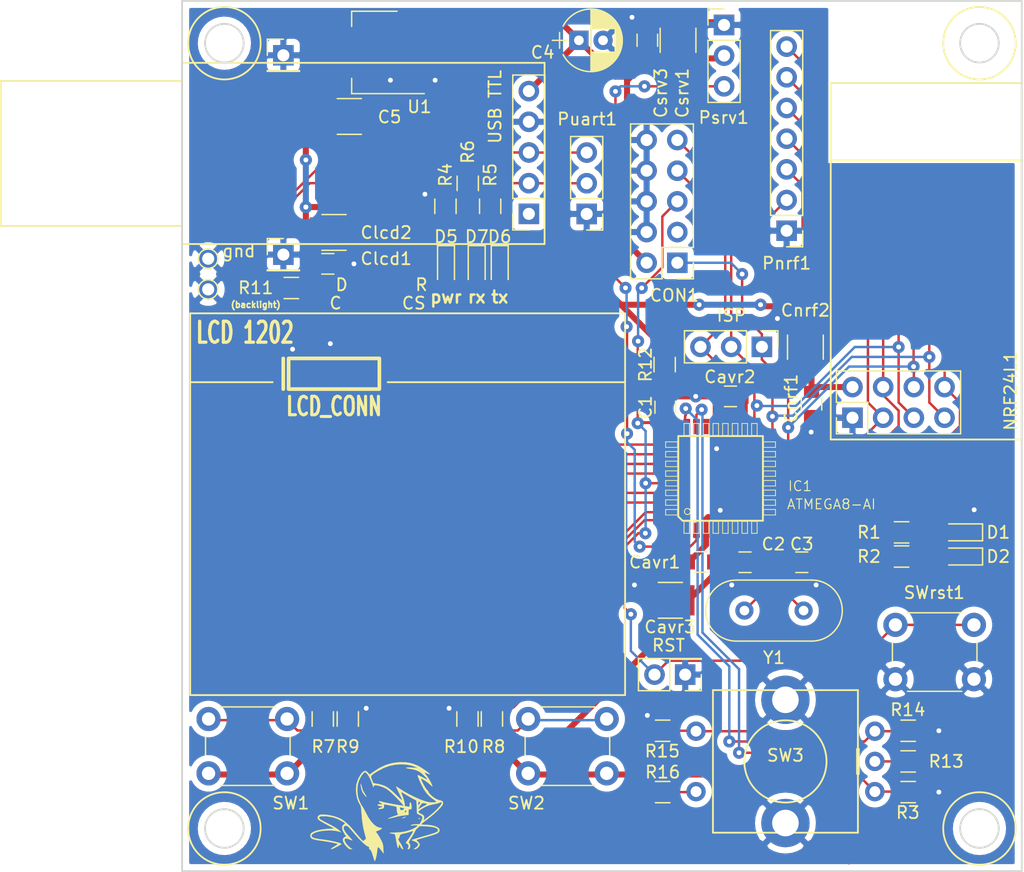
<source format=kicad_pcb>
(kicad_pcb (version 20171130) (host pcbnew "(5.1.2)-1")
  (layers (0 F.Cu signal) (31 B.Cu signal) (34 B.Paste user) (35 F.Paste user) (36 B.SilkS user) (37 F.SilkS user) (38 B.Mask user hide) (39 F.Mask user) (44 Edge.Cuts user))
  (net 0 "")
  (net 1 /3v3)
  (net 2 /xtal1)
  (net 3 /xtal2)
  (net 4 "Net-(D1-Pad2)")
  (net 5 "Net-(D2-Pad2)")
  (net 6 /ce)
  (net 7 /sck)
  (net 8 /miso)
  (net 9 /irq)
  (net 10 /mosi)
  (net 11 /csn)
  (net 12 "Net-(IC1-Pad1)")
  (net 13 "Net-(IC1-Pad2)")
  (net 14 "Net-(IC1-Pad10)")
  (net 15 "Net-(IC1-Pad11)")
  (net 16 /lcd_rst)
  (net 17 /lcd_cs)
  (net 18 /lcd_sda)
  (net 19 /lcd_clk)
  (net 20 /reset)
  (net 21 /tx_usb)
  (net 22 /rx_usb)
  (net 23 /5v)
  (net 24 "Net-(IC1-Pad32)")
  (net 25 /lcd_backlight)
  (net 26 "Net-(R7-Pad1)")
  (net 27 "Net-(R10-Pad2)")
  (net 28 GNDPWR)
  (net 29 "Net-(D6-Pad1)")
  (net 30 "Net-(D7-Pad1)")
  (net 31 "Net-(D5-Pad1)")
  (net 32 "Net-(CON1-Pad3)")
  (net 33 "Net-(IC1-Pad24)")
  (net 34 "Net-(IC1-Pad23)")
  (net 35 "Net-(IC1-Pad22)")
  (net 36 "Net-(IC1-Pad20)")
  (net 37 "Net-(IC1-Pad19)")
  (net 38 /enc_btn)
  (net 39 "Net-(P4-Pad1)")
  (net 40 "Net-(P5-Pad1)")
  (net 41 "Net-(P5-Pad12)")
  (net 42 "Net-(R13-Pad2)")
  (net 43 "Net-(R16-Pad2)")
  (module lcd_n1202:SIL-12 (layer F.Cu) (at 115.824 76.19659)
    (fp_text reference "LCD 1202" (at -9.652 -3.4) (layer F.SilkS) (effects (font (size 1.72974 1.08712) (thickness 0.27178)) (justify left)))
    (fp_text value LCD_CONN (at 1.905 2.7) (layer F.SilkS) (effects (font (size 1.524 1.016) (thickness 0.3048))))
    (pad 1 connect rect (at -1.395 0 180) (size 0.3 2) (layers F.Cu F.Mask) (net 40 "Net-(P5-Pad1)") (clearance 0.15))
    (pad 2 connect rect (at -0.795 0 180) (size 0.3 2) (layers F.Cu F.Mask) (net 16 /lcd_rst) (clearance 0.15))
    (pad 3 connect rect (at -0.195 0 180) (size 0.3 2) (layers F.Cu F.Mask) (net 17 /lcd_cs) (clearance 0.15))
    (pad 4 connect rect (at 0.405 0 180) (size 0.3 2) (layers F.Cu F.Mask) (net 28 GNDPWR) (clearance 0.15))
    (pad 5 connect rect (at 1.005 0 180) (size 0.3 2) (layers F.Cu F.Mask) (net 18 /lcd_sda) (clearance 0.15))
    (pad 6 connect rect (at 1.605 0 180) (size 0.3 2) (layers F.Cu F.Mask) (net 19 /lcd_clk) (clearance 0.15))
    (pad 7 connect rect (at 2.205 0 180) (size 0.3 2) (layers F.Cu F.Mask) (net 1 /3v3) (clearance 0.15))
    (pad 8 connect rect (at 2.805 0 180) (size 0.3 2) (layers F.Cu F.Mask) (net 1 /3v3) (clearance 0.15))
    (pad 9 connect rect (at 3.405 0 180) (size 0.3 2) (layers F.Cu F.Mask) (net 28 GNDPWR) (clearance 0.15))
    (pad 10 connect rect (at 4.005 0 180) (size 0.3 2) (layers F.Cu F.Mask) (net 28 GNDPWR) (clearance 0.15))
    (pad 11 connect rect (at 4.605 0 180) (size 0.3 2) (layers F.Cu F.Mask) (net 25 /lcd_backlight) (clearance 0.15))
    (pad 12 connect rect (at 5.205 0 180) (size 0.3 2) (layers F.Cu F.Mask) (net 41 "Net-(P5-Pad12)") (clearance 0.15))
  )
  (module Connect:PINTST (layer F.Cu) (at 107.315 69.215)
    (fp_text reference gnd (at 2.54 -3.175 180) (layer F.SilkS))
    (fp_text value PINTST)
    (pad 1 thru_hole circle (at 0 0) (size 1.7 1.7) (drill 1) (layers *.Cu *.Mask) (net 28 GNDPWR))
  )
  (module Connect:PINTST (layer F.Cu) (at 107.315 66.675)
    (fp_text reference REF** hide)
    (fp_text value PINTST)
    (pad 1 thru_hole circle (at 0 0) (size 1.7 1.7) (drill 1) (layers *.Cu *.Mask) (net 28 GNDPWR))
  )
  (module Measurement_Points:Measurement_Point_Round-SMD-Pad_Small (layer F.Cu) (at 123.346 68.28059)
    (fp_text reference R (at 1.622 0.55341) (layer F.SilkS))
    (fp_text value Measurement_Point_Round-SMD-Pad_Small)
    (pad 1 smd circle (at 0 0) (size 1.5 1.5) (layers F.Cu F.Mask) (net 16 /lcd_rst))
  )
  (module Measurement_Points:Measurement_Point_Round-SMD-Pad_Small (layer F.Cu) (at 122.076 70.18559)
    (fp_text reference CS (at 2.257 0.17241) (layer F.SilkS))
    (fp_text value Measurement_Point_Round-SMD-Pad_Small)
    (pad 1 smd circle (at 0 0) (size 1.5 1.5) (layers F.Cu F.Mask) (net 17 /lcd_cs))
  )
  (module Measurement_Points:Measurement_Point_Round-SMD-Pad_Small (layer F.Cu) (at 120.806 68.28059)
    (fp_text reference D (at -2.442 0.55341) (layer F.SilkS))
    (fp_text value Measurement_Point_Round-SMD-Pad_Small)
    (pad 1 smd circle (at 0 0) (size 1.5 1.5) (layers F.Cu F.Mask) (net 18 /lcd_sda))
  )
  (module Measurement_Points:Measurement_Point_Round-SMD-Pad_Small (layer F.Cu) (at 119.536 70.18559)
    (fp_text reference C (at -1.68 0.17241) (layer F.SilkS))
    (fp_text value Measurement_Point_Round-SMD-Pad_Small)
    (pad 1 smd circle (at 0 0) (size 1.5 1.5) (layers F.Cu F.Mask) (net 19 /lcd_clk))
  )
  (module "hw:RD keeper" (layer F.Cu) (at 120.806 114.63559)
    (fp_text reference G*** hide)
    (fp_text value LOGO hide)
  )
  (module misc:encoder (layer F.Cu) (at 155.096 108.28559 180)
    (fp_text reference SW3 (at 0 0.5) (layer F.SilkS))
    (fp_text value Rotary_Encoder_Switch)
    (pad A thru_hole circle (at -7.4 -2.5 180) (size 1.6 1.6) (drill 0.9) (layers *.Cu *.Mask) (net 34 "Net-(IC1-Pad23)"))
    (pad C thru_hole circle (at -7.4 0 180) (size 1.6 1.6) (drill 0.9) (layers *.Cu *.Mask) (net 42 "Net-(R13-Pad2)"))
    (pad B thru_hole circle (at -7.4 2.5 180) (size 1.6 1.6) (drill 0.9) (layers *.Cu *.Mask) (net 33 "Net-(IC1-Pad24)"))
    (pad S2 thru_hole circle (at 7.4 2.5 180) (size 1.6 1.6) (drill 0.9) (layers *.Cu *.Mask) (net 38 /enc_btn))
    (pad S1 thru_hole circle (at 7.4 -2.5 180) (size 1.6 1.6) (drill 0.9) (layers *.Cu *.Mask) (net 43 "Net-(R16-Pad2)"))
    (pad 6 thru_hole circle (at 0 -5.1 180) (size 4 4) (drill 2.2) (layers *.Cu *.Mask) (net 28 GNDPWR))
    (pad 6 thru_hole circle (at 0 5.1 180) (size 4 4) (drill 2.2) (layers *.Cu *.Mask) (net 28 GNDPWR))
  )
  (module Pin_Headers:Pin_Header_Straight_2x04_Pitch2.54mm (layer F.Cu) (at 160.646 79.83759 90)
    (fp_text reference NRF24L1 (at 2.21959 13.1 90) (layer F.SilkS))
    (fp_text value NRF24L01)
    (pad 1 thru_hole rect (at 0 0 90) (size 1.7 1.7) (drill 1) (layers *.Cu *.Mask) (net 28 GNDPWR))
    (pad 2 thru_hole oval (at 0 2.54 90) (size 1.7 1.7) (drill 1) (layers *.Cu *.Mask) (net 6 /ce))
    (pad 3 thru_hole oval (at 0 5.08 90) (size 1.7 1.7) (drill 1) (layers *.Cu *.Mask) (net 7 /sck))
    (pad 4 thru_hole oval (at 0 7.62 90) (size 1.7 1.7) (drill 1) (layers *.Cu *.Mask) (net 8 /miso))
    (pad 5 thru_hole oval (at 2.54 7.62 90) (size 1.7 1.7) (drill 1) (layers *.Cu *.Mask) (net 9 /irq))
    (pad 6 thru_hole oval (at 2.54 5.08 90) (size 1.7 1.7) (drill 1) (layers *.Cu *.Mask) (net 10 /mosi))
    (pad 7 thru_hole oval (at 2.54 2.54 90) (size 1.7 1.7) (drill 1) (layers *.Cu *.Mask) (net 11 /csn))
    (pad 8 thru_hole oval (at 2.54 0 90) (size 1.7 1.7) (drill 1) (layers *.Cu *.Mask) (net 1 /3v3))
  )
  (module Resistors_SMD:R_0805 (layer F.Cu) (at 130.8 104.775 90)
    (fp_text reference R8 (at -2.286 0.137 180) (layer F.SilkS))
    (fp_text value 150)
    (pad 2 smd rect (at 0.95 0 90) (size 0.7 1.3) (layers F.Cu F.Paste F.Mask) (net 12 "Net-(IC1-Pad1)"))
    (pad 1 smd rect (at -0.95 0 90) (size 0.7 1.3) (layers F.Cu F.Paste F.Mask) (net 27 "Net-(R10-Pad2)"))
  )
  (module Capacitors_SMD:C_1210 (layer F.Cu) (at 146.206 48.59559 90)
    (fp_text reference Csrv1 (at -4.36341 0.352 90) (layer F.SilkS))
    (fp_text value 10u)
    (pad 2 smd rect (at 1.5 0 90) (size 1 2.5) (layers F.Cu F.Paste F.Mask) (net 28 GNDPWR))
    (pad 1 smd rect (at -1.5 0 90) (size 1 2.5) (layers F.Cu F.Paste F.Mask) (net 23 /5v))
  )
  (module Capacitors_SMD:C_0805 (layer F.Cu) (at 143.666 48.59559 90)
    (fp_text reference Csrv3 (at -4.36341 1.114 90) (layer F.SilkS))
    (fp_text value 100n)
    (pad 2 smd rect (at 1 0 90) (size 1 1.25) (layers F.Cu F.Paste F.Mask) (net 28 GNDPWR))
    (pad 1 smd rect (at -1 0 90) (size 1 1.25) (layers F.Cu F.Paste F.Mask) (net 23 /5v))
  )
  (module Capacitors_SMD:C_1210 (layer F.Cu) (at 156.747 73.99559 90)
    (fp_text reference Cnrf2 (at 3.048 0 180) (layer F.SilkS))
    (fp_text value 10u)
    (pad 1 smd rect (at -1.5 0 90) (size 1 2.5) (layers F.Cu F.Paste F.Mask) (net 1 /3v3))
    (pad 2 smd rect (at 1.5 0 90) (size 1 2.5) (layers F.Cu F.Paste F.Mask) (net 28 GNDPWR))
  )
  (module Crystals:Crystal_HC18-U_Vertical (layer F.Cu) (at 151.7 95.8)
    (fp_text reference Y1 (at 2.45 3.9) (layer F.SilkS))
    (fp_text value 16M)
    (pad 1 thru_hole circle (at 0 0) (size 1.5 1.5) (drill 0.8) (layers *.Cu *.Mask) (net 2 /xtal1))
    (pad 2 thru_hole circle (at 4.9 0) (size 1.5 1.5) (drill 0.8) (layers *.Cu *.Mask) (net 3 /xtal2))
  )
  (module Pin_Headers:Pin_Header_Straight_2x05_Pitch2.54mm (layer F.Cu) (at 146.146 67.01059 180)
    (fp_text reference CON1 (at 0.246 -2.7) (layer F.SilkS))
    (fp_text value AVR-JTAG-10)
    (pad 10 thru_hole oval (at 2.54 10.16 180) (size 1.7 1.7) (drill 1) (layers *.Cu *.Mask) (net 28 GNDPWR))
    (pad 9 thru_hole oval (at 0 10.16 180) (size 1.7 1.7) (drill 1) (layers *.Cu *.Mask) (net 8 /miso))
    (pad 8 thru_hole oval (at 2.54 7.62 180) (size 1.7 1.7) (drill 1) (layers *.Cu *.Mask) (net 28 GNDPWR))
    (pad 7 thru_hole oval (at 0 7.62 180) (size 1.7 1.7) (drill 1) (layers *.Cu *.Mask) (net 7 /sck))
    (pad 6 thru_hole oval (at 2.54 5.08 180) (size 1.7 1.7) (drill 1) (layers *.Cu *.Mask) (net 28 GNDPWR))
    (pad 5 thru_hole oval (at 0 5.08 180) (size 1.7 1.7) (drill 1) (layers *.Cu *.Mask) (net 20 /reset))
    (pad 4 thru_hole oval (at 2.54 2.54 180) (size 1.7 1.7) (drill 1) (layers *.Cu *.Mask) (net 28 GNDPWR))
    (pad 3 thru_hole oval (at 0 2.54 180) (size 1.7 1.7) (drill 1) (layers *.Cu *.Mask) (net 32 "Net-(CON1-Pad3)"))
    (pad 2 thru_hole oval (at 2.54 0 180) (size 1.7 1.7) (drill 1) (layers *.Cu *.Mask) (net 23 /5v))
    (pad 1 thru_hole rect (at 0 0 180) (size 1.7 1.7) (drill 1) (layers *.Cu *.Mask) (net 10 /mosi))
  )
  (module atmega8:atmega8-TQFP32-08 (layer F.Cu) (at 149.728 84.85959 90)
    (fp_text reference IC1 (at -0.64041 6.572 180) (layer F.SilkS) (effects (font (size 0.8128 0.8128) (thickness 0.0889))))
    (fp_text value ATMEGA8-AI (at -2.14041 9.172 180) (layer F.SilkS) (effects (font (size 0.8128 0.8128) (thickness 0.0889))))
    (pad 32 smd rect (at -2.79908 -4.2926 90) (size 0.5588 1.27) (layers F.Cu F.Paste F.Mask) (net 24 "Net-(IC1-Pad32)"))
    (pad 31 smd rect (at -1.99898 -4.2926 90) (size 0.5588 1.27) (layers F.Cu F.Paste F.Mask) (net 22 /rx_usb))
    (pad 30 smd rect (at -1.19888 -4.2926 90) (size 0.5588 1.27) (layers F.Cu F.Paste F.Mask) (net 21 /tx_usb))
    (pad 29 smd rect (at -0.39878 -4.2926 90) (size 0.5588 1.27) (layers F.Cu F.Paste F.Mask) (net 20 /reset))
    (pad 28 smd rect (at 0.39878 -4.2926 90) (size 0.5588 1.27) (layers F.Cu F.Paste F.Mask) (net 19 /lcd_clk))
    (pad 27 smd rect (at 1.19888 -4.2926 90) (size 0.5588 1.27) (layers F.Cu F.Paste F.Mask) (net 18 /lcd_sda))
    (pad 26 smd rect (at 1.99898 -4.2926 90) (size 0.5588 1.27) (layers F.Cu F.Paste F.Mask) (net 17 /lcd_cs))
    (pad 25 smd rect (at 2.79908 -4.2926 90) (size 0.5588 1.27) (layers F.Cu F.Paste F.Mask) (net 16 /lcd_rst))
    (pad 24 smd rect (at 4.2926 -2.79908 90) (size 1.27 0.5588) (layers F.Cu F.Paste F.Mask) (net 33 "Net-(IC1-Pad24)"))
    (pad 23 smd rect (at 4.2926 -1.99898 90) (size 1.27 0.5588) (layers F.Cu F.Paste F.Mask) (net 34 "Net-(IC1-Pad23)"))
    (pad 22 smd rect (at 4.2926 -1.19888 90) (size 1.27 0.5588) (layers F.Cu F.Paste F.Mask) (net 35 "Net-(IC1-Pad22)"))
    (pad 21 smd rect (at 4.2926 -0.39878 90) (size 1.27 0.5588) (layers F.Cu F.Paste F.Mask) (net 28 GNDPWR))
    (pad 20 smd rect (at 4.2926 0.39878 90) (size 1.27 0.5588) (layers F.Cu F.Paste F.Mask) (net 36 "Net-(IC1-Pad20)"))
    (pad 19 smd rect (at 4.2926 1.19888 90) (size 1.27 0.5588) (layers F.Cu F.Paste F.Mask) (net 37 "Net-(IC1-Pad19)"))
    (pad 18 smd rect (at 4.2926 1.99898 90) (size 1.27 0.5588) (layers F.Cu F.Paste F.Mask) (net 1 /3v3))
    (pad 17 smd rect (at 4.2926 2.79908 90) (size 1.27 0.5588) (layers F.Cu F.Paste F.Mask) (net 7 /sck))
    (pad 16 smd rect (at 2.79908 4.2926 90) (size 0.5588 1.27) (layers F.Cu F.Paste F.Mask) (net 8 /miso))
    (pad 15 smd rect (at 1.99898 4.2926 90) (size 0.5588 1.27) (layers F.Cu F.Paste F.Mask) (net 10 /mosi))
    (pad 14 smd rect (at 1.19888 4.2926 90) (size 0.5588 1.27) (layers F.Cu F.Paste F.Mask) (net 6 /ce))
    (pad 13 smd rect (at 0.39878 4.2926 90) (size 0.5588 1.27) (layers F.Cu F.Paste F.Mask) (net 11 /csn))
    (pad 12 smd rect (at -0.39878 4.2926 90) (size 0.5588 1.27) (layers F.Cu F.Paste F.Mask) (net 9 /irq))
    (pad 11 smd rect (at -1.19888 4.2926 90) (size 0.5588 1.27) (layers F.Cu F.Paste F.Mask) (net 15 "Net-(IC1-Pad11)"))
    (pad 10 smd rect (at -1.99898 4.2926 90) (size 0.5588 1.27) (layers F.Cu F.Paste F.Mask) (net 14 "Net-(IC1-Pad10)"))
    (pad 9 smd rect (at -2.79908 4.2926 90) (size 0.5588 1.27) (layers F.Cu F.Paste F.Mask) (net 38 /enc_btn))
    (pad 8 smd rect (at -4.2926 2.79908 90) (size 1.27 0.5588) (layers F.Cu F.Paste F.Mask) (net 3 /xtal2))
    (pad 7 smd rect (at -4.2926 1.99898 90) (size 1.27 0.5588) (layers F.Cu F.Paste F.Mask) (net 2 /xtal1))
    (pad 6 smd rect (at -4.2926 1.19888 90) (size 1.27 0.5588) (layers F.Cu F.Paste F.Mask) (net 1 /3v3))
    (pad 5 smd rect (at -4.2926 0.39878 90) (size 1.27 0.5588) (layers F.Cu F.Paste F.Mask) (net 28 GNDPWR))
    (pad 4 smd rect (at -4.2926 -0.39878 90) (size 1.27 0.5588) (layers F.Cu F.Paste F.Mask) (net 1 /3v3))
    (pad 3 smd rect (at -4.2926 -1.19888 90) (size 1.27 0.5588) (layers F.Cu F.Paste F.Mask) (net 28 GNDPWR))
    (pad 2 smd rect (at -4.2926 -1.99898 90) (size 1.27 0.5588) (layers F.Cu F.Paste F.Mask) (net 13 "Net-(IC1-Pad2)"))
    (pad 1 smd rect (at -4.2926 -2.79908 90) (size 1.27 0.5588) (layers F.Cu F.Paste F.Mask) (net 12 "Net-(IC1-Pad1)"))
  )
  (module Pin_Headers:Pin_Header_Straight_1x05_Pitch2.54mm (layer F.Cu) (at 133.858 62.86159 180)
    (fp_text reference "USB TTL" (at 2.794 8.75959 270) (layer F.SilkS))
    (fp_text value USBTTL)
    (pad 1 thru_hole rect (at 0 -0.1 180) (size 1.7 1.7) (drill 1) (layers *.Cu *.Mask) (net 39 "Net-(P4-Pad1)"))
    (pad 2 thru_hole oval (at 0 2.44 180) (size 1.7 1.7) (drill 1) (layers *.Cu *.Mask) (net 21 /tx_usb))
    (pad 3 thru_hole oval (at 0 4.98 180) (size 1.7 1.7) (drill 1) (layers *.Cu *.Mask) (net 22 /rx_usb))
    (pad 4 thru_hole oval (at 0 7.52 180) (size 1.7 1.7) (drill 1) (layers *.Cu *.Mask) (net 28 GNDPWR))
    (pad 5 thru_hole oval (at 0 10.06 180) (size 1.7 1.7) (drill 1) (layers *.Cu *.Mask) (net 23 /5v))
  )
  (module Pin_Headers:Pin_Header_Straight_1x03_Pitch2.54mm (layer F.Cu) (at 153.146 73.96959 270)
    (fp_text reference ISP (at -2.59559 2.524 180) (layer F.SilkS))
    (fp_text value CONN_01X03)
    (pad 1 thru_hole rect (at 0 0 270) (size 1.7 1.7) (drill 1) (layers *.Cu *.Mask) (net 10 /mosi))
    (pad 2 thru_hole oval (at 0 2.54 270) (size 1.7 1.7) (drill 1) (layers *.Cu *.Mask) (net 8 /miso))
    (pad 3 thru_hole oval (at 0 5.08 270) (size 1.7 1.7) (drill 1) (layers *.Cu *.Mask) (net 7 /sck))
  )
  (module Pin_Headers:Pin_Header_Straight_2x01_Pitch2.54mm (layer F.Cu) (at 146.8 101.1 180)
    (fp_text reference RST (at 1.385 2.421) (layer F.SilkS))
    (fp_text value CONN_01X02)
    (pad 1 thru_hole rect (at 0 0 180) (size 1.7 1.7) (drill 1) (layers *.Cu *.Mask) (net 28 GNDPWR))
    (pad 2 thru_hole oval (at 2.54 0 180) (size 1.7 1.7) (drill 1) (layers *.Cu *.Mask) (net 20 /reset))
  )
  (module Pin_Headers:Pin_Header_Straight_1x03_Pitch2.54mm (layer F.Cu) (at 150.016 47.32559)
    (fp_text reference Psrv1 (at -0.029 7.66541) (layer F.SilkS))
    (fp_text value CONN_srv)
    (pad 3 thru_hole oval (at 0 5.08) (size 1.7 1.7) (drill 1) (layers *.Cu *.Mask) (net 13 "Net-(IC1-Pad2)"))
    (pad 2 thru_hole oval (at 0 2.54) (size 1.7 1.7) (drill 1) (layers *.Cu *.Mask) (net 23 /5v))
    (pad 1 thru_hole rect (at 0 0) (size 1.7 1.7) (drill 1) (layers *.Cu *.Mask) (net 28 GNDPWR))
  )
  (module Pin_Headers:Pin_Header_Straight_1x07_Pitch2.54mm (layer F.Cu) (at 155.196 64.35959 180)
    (fp_text reference Pnrf1 (at 0.002 -2.69641) (layer F.SilkS))
    (fp_text value nrf_test)
    (pad 7 thru_hole oval (at 0 15.24 180) (size 1.7 1.7) (drill 1) (layers *.Cu *.Mask) (net 9 /irq))
    (pad 6 thru_hole oval (at 0 12.7 180) (size 1.7 1.7) (drill 1) (layers *.Cu *.Mask) (net 8 /miso))
    (pad 5 thru_hole oval (at 0 10.16 180) (size 1.7 1.7) (drill 1) (layers *.Cu *.Mask) (net 10 /mosi))
    (pad 4 thru_hole oval (at 0 7.62 180) (size 1.7 1.7) (drill 1) (layers *.Cu *.Mask) (net 7 /sck))
    (pad 3 thru_hole oval (at 0 5.08 180) (size 1.7 1.7) (drill 1) (layers *.Cu *.Mask) (net 11 /csn))
    (pad 2 thru_hole oval (at 0 2.54 180) (size 1.7 1.7) (drill 1) (layers *.Cu *.Mask) (net 6 /ce))
    (pad 1 thru_hole rect (at 0 0 180) (size 1.7 1.7) (drill 1) (layers *.Cu *.Mask) (net 28 GNDPWR))
  )
  (module Pin_Headers:Pin_Header_Straight_1x03_Pitch2.54mm (layer F.Cu) (at 138.646 62.96959 180)
    (fp_text reference Puart1 (at -0.038 7.85159) (layer F.SilkS))
    (fp_text value uart_test)
    (pad 1 thru_hole rect (at 0 0 180) (size 1.7 1.7) (drill 1) (layers *.Cu *.Mask) (net 28 GNDPWR))
    (pad 2 thru_hole oval (at 0 2.54 180) (size 1.7 1.7) (drill 1) (layers *.Cu *.Mask) (net 21 /tx_usb))
    (pad 3 thru_hole oval (at 0 5.08 180) (size 1.7 1.7) (drill 1) (layers *.Cu *.Mask) (net 22 /rx_usb))
  )
  (module Buttons_Switches_ThroughHole:SW_PUSH_6mm_h4.3mm (layer F.Cu) (at 107.346 104.775)
    (fp_text reference SW1 (at 6.81 6.966) (layer F.SilkS))
    (fp_text value SW_Push)
    (pad 2 thru_hole circle (at 0 4.5 90) (size 2 2) (drill 1.1) (layers *.Cu *.Mask) (net 1 /3v3))
    (pad 1 thru_hole circle (at 0 0 90) (size 2 2) (drill 1.1) (layers *.Cu *.Mask) (net 26 "Net-(R7-Pad1)"))
    (pad 2 thru_hole circle (at 6.5 4.5 90) (size 2 2) (drill 1.1) (layers *.Cu *.Mask) (net 1 /3v3))
    (pad 1 thru_hole circle (at 6.5 0 90) (size 2 2) (drill 1.1) (layers *.Cu *.Mask) (net 26 "Net-(R7-Pad1)"))
  )
  (module Buttons_Switches_ThroughHole:SW_PUSH_6mm_h4.3mm (layer F.Cu) (at 133.8 104.775)
    (fp_text reference SW2 (at -0.144 6.966) (layer F.SilkS))
    (fp_text value SW_Push)
    (pad 1 thru_hole circle (at 6.5 0 90) (size 2 2) (drill 1.1) (layers *.Cu *.Mask) (net 27 "Net-(R10-Pad2)"))
    (pad 2 thru_hole circle (at 6.5 4.5 90) (size 2 2) (drill 1.1) (layers *.Cu *.Mask) (net 1 /3v3))
    (pad 1 thru_hole circle (at 0 0 90) (size 2 2) (drill 1.1) (layers *.Cu *.Mask) (net 27 "Net-(R10-Pad2)"))
    (pad 2 thru_hole circle (at 0 4.5 90) (size 2 2) (drill 1.1) (layers *.Cu *.Mask) (net 1 /3v3))
  )
  (module Buttons_Switches_ThroughHole:SW_PUSH_6mm_h4.3mm (layer F.Cu) (at 164.2 96.98259)
    (fp_text reference SWrst1 (at 3.215 -2.667) (layer F.SilkS))
    (fp_text value SW_Push)
    (pad 1 thru_hole circle (at 6.5 0 90) (size 2 2) (drill 1.1) (layers *.Cu *.Mask) (net 20 /reset))
    (pad 2 thru_hole circle (at 6.5 4.5 90) (size 2 2) (drill 1.1) (layers *.Cu *.Mask) (net 28 GNDPWR))
    (pad 1 thru_hole circle (at 0 0 90) (size 2 2) (drill 1.1) (layers *.Cu *.Mask) (net 20 /reset))
    (pad 2 thru_hole circle (at 0 4.5 90) (size 2 2) (drill 1.1) (layers *.Cu *.Mask) (net 28 GNDPWR))
  )
  (module Capacitors_SMD:C_1210 (layer F.Cu) (at 145.571 94.95059 180)
    (fp_text reference Cavr3 (at 0.029 -2.20441) (layer F.SilkS))
    (fp_text value 10u)
    (pad 2 smd rect (at 1.5 0 180) (size 1 2.5) (layers F.Cu F.Paste F.Mask) (net 28 GNDPWR))
    (pad 1 smd rect (at -1.5 0 180) (size 1 2.5) (layers F.Cu F.Paste F.Mask) (net 1 /3v3))
  )
  (module Capacitors_SMD:C_1210 (layer F.Cu) (at 117.729 64.5)
    (fp_text reference Clcd2 (at 4.318 0.016) (layer F.SilkS))
    (fp_text value 10u)
    (pad 1 smd rect (at -1.5 0) (size 1 2.5) (layers F.Cu F.Paste F.Mask) (net 1 /3v3))
    (pad 2 smd rect (at 1.5 0) (size 1 2.5) (layers F.Cu F.Paste F.Mask) (net 28 GNDPWR))
  )
  (module Resistors_SMD:R_0805 (layer F.Cu) (at 145.1 75.438 270)
    (fp_text reference R12 (at 0 1.59 90) (layer F.SilkS))
    (fp_text value 47k)
    (pad 2 smd rect (at 0.95 0 270) (size 0.7 1.3) (layers F.Cu F.Paste F.Mask) (net 20 /reset))
    (pad 1 smd rect (at -0.95 0 270) (size 0.7 1.3) (layers F.Cu F.Paste F.Mask) (net 1 /3v3))
  )
  (module TO_SOT_Packages_SMD:SOT-223-3_TabPin2 (layer F.Cu) (at 121.1 49.6 180)
    (fp_text reference U1 (at -3.7 -4.5) (layer F.SilkS))
    (fp_text value AMS1117-3.3)
    (pad 1 smd rect (at -3.15 -2.3 180) (size 2 1.5) (layers F.Cu F.Paste F.Mask) (net 28 GNDPWR))
    (pad 3 smd rect (at -3.15 2.3 180) (size 2 1.5) (layers F.Cu F.Paste F.Mask) (net 23 /5v))
    (pad 2 smd rect (at -3.15 0 180) (size 2 1.5) (layers F.Cu F.Paste F.Mask) (net 1 /3v3))
    (pad 2 smd rect (at 3.15 0 180) (size 2 3.8) (layers F.Cu F.Paste F.Mask) (net 1 /3v3))
  )
  (module Capacitors_SMD:C_0805 (layer F.Cu) (at 145.146 78.96959 90)
    (fp_text reference C1 (at 0 -1.636 90) (layer F.SilkS))
    (fp_text value 100n)
    (pad 1 smd rect (at -1 0 90) (size 1 1.25) (layers F.Cu F.Paste F.Mask) (net 20 /reset))
    (pad 2 smd rect (at 1 0 90) (size 1 1.25) (layers F.Cu F.Paste F.Mask) (net 28 GNDPWR))
  )
  (module Capacitors_SMD:C_0805 (layer F.Cu) (at 151.75 91.8 180)
    (fp_text reference C2 (at -2.35 1.5) (layer F.SilkS))
    (fp_text value 22p)
    (pad 2 smd rect (at 1 0 180) (size 1 1.25) (layers F.Cu F.Paste F.Mask) (net 28 GNDPWR))
    (pad 1 smd rect (at -1 0 180) (size 1 1.25) (layers F.Cu F.Paste F.Mask) (net 2 /xtal1))
  )
  (module Capacitors_SMD:C_0805 (layer F.Cu) (at 156.45 91.8)
    (fp_text reference C3 (at 0 -1.5) (layer F.SilkS))
    (fp_text value 22p)
    (pad 1 smd rect (at -1 0) (size 1 1.25) (layers F.Cu F.Paste F.Mask) (net 3 /xtal2))
    (pad 2 smd rect (at 1 0) (size 1 1.25) (layers F.Cu F.Paste F.Mask) (net 28 GNDPWR))
  )
  (module Capacitors_ThroughHole:CP_Radial_D5.0mm_P2.00mm (layer F.Cu) (at 138 48.6)
    (fp_text reference C4 (at -3 1) (layer F.SilkS))
    (fp_text value 10u)
    (pad 2 thru_hole circle (at 2 0) (size 1.6 1.6) (drill 0.8) (layers *.Cu *.Mask) (net 28 GNDPWR))
    (pad 1 thru_hole rect (at 0 0) (size 1.6 1.6) (drill 0.8) (layers *.Cu *.Mask) (net 23 /5v))
  )
  (module Capacitors_SMD:C_1210 (layer F.Cu) (at 119 54.9)
    (fp_text reference C5 (at 3.33 0.04559) (layer F.SilkS))
    (fp_text value 10u)
    (pad 2 smd rect (at 1.5 0) (size 1 2.5) (layers F.Cu F.Paste F.Mask) (net 28 GNDPWR))
    (pad 1 smd rect (at -1.5 0) (size 1 2.5) (layers F.Cu F.Paste F.Mask) (net 1 /3v3))
  )
  (module Capacitors_SMD:C_0805 (layer F.Cu) (at 148.111 91.77559 180)
    (fp_text reference Cavr1 (at 3.839 -0.01859) (layer F.SilkS))
    (fp_text value 100n)
    (pad 2 smd rect (at 1 0 180) (size 1 1.25) (layers F.Cu F.Paste F.Mask) (net 28 GNDPWR))
    (pad 1 smd rect (at -1 0 180) (size 1 1.25) (layers F.Cu F.Paste F.Mask) (net 1 /3v3))
  )
  (module Capacitors_SMD:C_0805 (layer F.Cu) (at 150.546 78.06959 180)
    (fp_text reference Cavr2 (at 0.051 1.61559) (layer F.SilkS))
    (fp_text value 100n)
    (pad 1 smd rect (at -1 0 180) (size 1 1.25) (layers F.Cu F.Paste F.Mask) (net 1 /3v3))
    (pad 2 smd rect (at 1 0 180) (size 1 1.25) (layers F.Cu F.Paste F.Mask) (net 28 GNDPWR))
  )
  (module Capacitors_SMD:C_0805 (layer F.Cu) (at 117.221 67.1 180)
    (fp_text reference Clcd1 (at -4.826 0.425) (layer F.SilkS))
    (fp_text value 100n)
    (pad 1 smd rect (at -1 0 180) (size 1 1.25) (layers F.Cu F.Paste F.Mask) (net 28 GNDPWR))
    (pad 2 smd rect (at 1 0 180) (size 1 1.25) (layers F.Cu F.Paste F.Mask) (net 1 /3v3))
  )
  (module Capacitors_SMD:C_0805 (layer F.Cu) (at 157.255 78.69459 90)
    (fp_text reference Cnrf1 (at 0.46259 -1.68 270) (layer F.SilkS))
    (fp_text value 100n)
    (pad 2 smd rect (at 1 0 90) (size 1 1.25) (layers F.Cu F.Paste F.Mask) (net 1 /3v3))
    (pad 1 smd rect (at -1 0 90) (size 1 1.25) (layers F.Cu F.Paste F.Mask) (net 28 GNDPWR))
  )
  (module LEDs:LED_0805 (layer F.Cu) (at 169.61159 89.32559 180)
    (fp_text reference D1 (at -3.1 0) (layer F.SilkS))
    (fp_text value LED)
    (pad 1 smd rect (at -1.1 0) (size 1.2 1.2) (layers F.Cu F.Paste F.Mask) (net 28 GNDPWR))
    (pad 2 smd rect (at 1.1 0) (size 1.2 1.2) (layers F.Cu F.Paste F.Mask) (net 4 "Net-(D1-Pad2)"))
  )
  (module LEDs:LED_0805 (layer F.Cu) (at 169.61159 91.32559 180)
    (fp_text reference D2 (at -3.1 0) (layer F.SilkS))
    (fp_text value LED)
    (pad 2 smd rect (at 1.1 0) (size 1.2 1.2) (layers F.Cu F.Paste F.Mask) (net 5 "Net-(D2-Pad2)"))
    (pad 1 smd rect (at -1.1 0) (size 1.2 1.2) (layers F.Cu F.Paste F.Mask) (net 28 GNDPWR))
  )
  (module LEDs:LED_0805 (layer F.Cu) (at 127 67.39159 270)
    (fp_text reference D5 (at -2.54 0 180) (layer F.SilkS))
    (fp_text value LED)
    (pad 1 smd rect (at -1.1 0 90) (size 1.2 1.2) (layers F.Cu F.Paste F.Mask) (net 31 "Net-(D5-Pad1)"))
    (pad 2 smd rect (at 1.1 0 90) (size 1.2 1.2) (layers F.Cu F.Paste F.Mask) (net 1 /3v3))
  )
  (module LEDs:LED_0805 (layer F.Cu) (at 131.445 67.39159 270)
    (fp_text reference D6 (at -2.54 0 180) (layer F.SilkS))
    (fp_text value LED)
    (pad 1 smd rect (at -1.1 0 90) (size 1.2 1.2) (layers F.Cu F.Paste F.Mask) (net 29 "Net-(D6-Pad1)"))
    (pad 2 smd rect (at 1.1 0 90) (size 1.2 1.2) (layers F.Cu F.Paste F.Mask) (net 1 /3v3))
  )
  (module LEDs:LED_0805 (layer F.Cu) (at 129.54 67.39159 270)
    (fp_text reference D7 (at -2.54 -0.007 180) (layer F.SilkS))
    (fp_text value LED)
    (pad 2 smd rect (at 1.1 0 90) (size 1.2 1.2) (layers F.Cu F.Paste F.Mask) (net 1 /3v3))
    (pad 1 smd rect (at -1.1 0 90) (size 1.2 1.2) (layers F.Cu F.Paste F.Mask) (net 30 "Net-(D7-Pad1)"))
  )
  (module Resistors_SMD:R_0805 (layer F.Cu) (at 164.71159 89.32559)
    (fp_text reference R1 (at -2.7 0) (layer F.SilkS))
    (fp_text value R)
    (pad 1 smd rect (at -0.95 0) (size 0.7 1.3) (layers F.Cu F.Paste F.Mask) (net 15 "Net-(IC1-Pad11)"))
    (pad 2 smd rect (at 0.95 0) (size 0.7 1.3) (layers F.Cu F.Paste F.Mask) (net 4 "Net-(D1-Pad2)"))
  )
  (module Resistors_SMD:R_0805 (layer F.Cu) (at 164.71159 91.32559)
    (fp_text reference R2 (at -2.7 0) (layer F.SilkS))
    (fp_text value R)
    (pad 1 smd rect (at -0.95 0) (size 0.7 1.3) (layers F.Cu F.Paste F.Mask) (net 14 "Net-(IC1-Pad10)"))
    (pad 2 smd rect (at 0.95 0) (size 0.7 1.3) (layers F.Cu F.Paste F.Mask) (net 5 "Net-(D2-Pad2)"))
  )
  (module Resistors_SMD:R_0805 (layer F.Cu) (at 126.956 62.33559 90)
    (fp_text reference R4 (at 2.6 0 90) (layer F.SilkS))
    (fp_text value R)
    (pad 2 smd rect (at 0.95 0 90) (size 0.7 1.3) (layers F.Cu F.Paste F.Mask) (net 28 GNDPWR))
    (pad 1 smd rect (at -0.95 0 90) (size 0.7 1.3) (layers F.Cu F.Paste F.Mask) (net 31 "Net-(D5-Pad1)"))
  )
  (module Resistors_SMD:R_0805 (layer F.Cu) (at 130.656 62.33559 270)
    (fp_text reference R5 (at -2.6 0 90) (layer F.SilkS))
    (fp_text value R)
    (pad 1 smd rect (at -0.95 0 270) (size 0.7 1.3) (layers F.Cu F.Paste F.Mask) (net 21 /tx_usb))
    (pad 2 smd rect (at 0.95 0 270) (size 0.7 1.3) (layers F.Cu F.Paste F.Mask) (net 29 "Net-(D6-Pad1)"))
  )
  (module Resistors_SMD:R_0805 (layer F.Cu) (at 128.8 60.43559 270)
    (fp_text reference R6 (at -2.6 0 90) (layer F.SilkS))
    (fp_text value R)
    (pad 2 smd rect (at 0.95 0 270) (size 0.7 1.3) (layers F.Cu F.Paste F.Mask) (net 30 "Net-(D7-Pad1)"))
    (pad 1 smd rect (at -0.95 0 270) (size 0.7 1.3) (layers F.Cu F.Paste F.Mask) (net 22 /rx_usb))
  )
  (module Resistors_SMD:R_0805 (layer F.Cu) (at 116.8 104.775 90)
    (fp_text reference R7 (at -2.286 0.04 180) (layer F.SilkS))
    (fp_text value 150)
    (pad 2 smd rect (at 0.95 0 90) (size 0.7 1.3) (layers F.Cu F.Paste F.Mask) (net 24 "Net-(IC1-Pad32)"))
    (pad 1 smd rect (at -0.95 0 90) (size 0.7 1.3) (layers F.Cu F.Paste F.Mask) (net 26 "Net-(R7-Pad1)"))
  )
  (module Resistors_SMD:R_0805 (layer F.Cu) (at 118.872 104.775 90)
    (fp_text reference R9 (at -2.286 0 180) (layer F.SilkS))
    (fp_text value 10k)
    (pad 1 smd rect (at -0.95 0 90) (size 0.7 1.3) (layers F.Cu F.Paste F.Mask) (net 26 "Net-(R7-Pad1)"))
    (pad 2 smd rect (at 0.95 0 90) (size 0.7 1.3) (layers F.Cu F.Paste F.Mask) (net 28 GNDPWR))
  )
  (module Resistors_SMD:R_0805 (layer F.Cu) (at 128.778 104.775 270)
    (fp_text reference R10 (at 2.286 0.508 180) (layer F.SilkS))
    (fp_text value 10k)
    (pad 1 smd rect (at -0.95 0 270) (size 0.7 1.3) (layers F.Cu F.Paste F.Mask) (net 28 GNDPWR))
    (pad 2 smd rect (at 0.95 0 270) (size 0.7 1.3) (layers F.Cu F.Paste F.Mask) (net 27 "Net-(R10-Pad2)"))
  )
  (module Resistors_SMD:R_0805 (layer F.Cu) (at 114.2 69.1)
    (fp_text reference R11 (at -2.948 -0.012) (layer F.SilkS))
    (fp_text value R)
    (pad 2 smd rect (at 0.95 0) (size 0.7 1.3) (layers F.Cu F.Paste F.Mask) (net 1 /3v3))
    (pad 1 smd rect (at -0.95 0) (size 0.7 1.3) (layers F.Cu F.Paste F.Mask) (net 25 /lcd_backlight))
  )
  (module Pin_Headers:Pin_Header_Straight_1x01_Pitch2.54mm (layer F.Cu) (at 113.538 49.83559)
    (fp_text reference P3 hide)
    (fp_text value CONN_01X01)
    (pad 1 thru_hole rect (at 0 0) (size 1.7 1.7) (drill 1) (layers *.Cu *.Mask) (net 28 GNDPWR))
  )
  (module Pin_Headers:Pin_Header_Straight_1x01_Pitch2.54mm (layer F.Cu) (at 113.538 66.33559)
    (fp_text reference P6 hide)
    (fp_text value CONN_01X01)
    (pad 1 thru_hole rect (at 0 0) (size 1.7 1.7) (drill 1) (layers *.Cu *.Mask) (net 28 GNDPWR))
  )
  (module Resistors_SMD:R_0805 (layer F.Cu) (at 165.256 110.82559)
    (fp_text reference R3 (at -0.029 1.69641) (layer F.SilkS))
    (fp_text value 10k)
    (pad 1 smd rect (at -0.95 0) (size 0.7 1.3) (layers F.Cu F.Paste F.Mask) (net 34 "Net-(IC1-Pad23)"))
    (pad 2 smd rect (at 0.95 0) (size 0.7 1.3) (layers F.Cu F.Paste F.Mask) (net 28 GNDPWR))
  )
  (module Resistors_SMD:R_0805 (layer F.Cu) (at 165.256 108.28559 180)
    (fp_text reference R13 (at -3.146 0) (layer F.SilkS))
    (fp_text value 511)
    (pad 2 smd rect (at 0.95 0 180) (size 0.7 1.3) (layers F.Cu F.Paste F.Mask) (net 42 "Net-(R13-Pad2)"))
    (pad 1 smd rect (at -0.95 0 180) (size 0.7 1.3) (layers F.Cu F.Paste F.Mask) (net 1 /3v3))
  )
  (module Resistors_SMD:R_0805 (layer F.Cu) (at 165.256 105.74559)
    (fp_text reference R14 (at -0.029 -1.73259) (layer F.SilkS))
    (fp_text value 10k)
    (pad 2 smd rect (at 0.95 0) (size 0.7 1.3) (layers F.Cu F.Paste F.Mask) (net 28 GNDPWR))
    (pad 1 smd rect (at -0.95 0) (size 0.7 1.3) (layers F.Cu F.Paste F.Mask) (net 33 "Net-(IC1-Pad24)"))
  )
  (module Resistors_SMD:R_0805 (layer F.Cu) (at 144.936 105.74559 180)
    (fp_text reference R15 (at 0.029 -1.69641) (layer F.SilkS))
    (fp_text value 10k)
    (pad 2 smd rect (at 0.95 0 180) (size 0.7 1.3) (layers F.Cu F.Paste F.Mask) (net 28 GNDPWR))
    (pad 1 smd rect (at -0.95 0 180) (size 0.7 1.3) (layers F.Cu F.Paste F.Mask) (net 38 /enc_btn))
  )
  (module Resistors_SMD:R_0805 (layer F.Cu) (at 144.936 110.82559)
    (fp_text reference R16 (at 0 -1.65) (layer F.SilkS))
    (fp_text value 511)
    (pad 1 smd rect (at -0.95 0) (size 0.7 1.3) (layers F.Cu F.Paste F.Mask) (net 1 /3v3))
    (pad 2 smd rect (at 0.95 0) (size 0.7 1.3) (layers F.Cu F.Paste F.Mask) (net 43 "Net-(R16-Pad2)"))
  )
  (gr_text "(backlight)" (at 111.252 70.485) (layer F.SilkS) (effects (font (size 0.5 0.5) (thickness 0.125))))
  (gr_circle (center 171.156 48.83559) (end 174.156 48.83559) (layer F.SilkS) (width 0.15))
  (gr_circle (center 171.156 113.83559) (end 174.156 113.83559) (layer F.SilkS) (width 0.15))
  (gr_circle (center 108.656 113.83559) (end 111.656 113.83559) (layer F.SilkS) (width 0.15))
  (gr_circle (center 108.656 48.83559) (end 111.656 48.83559) (layer F.SilkS) (width 0.15))
  (gr_text pwr (at 127 69.85) (layer F.SilkS) (effects (font (size 1 1) (thickness 0.2))))
  (gr_text rx (at 129.54 69.85) (layer F.SilkS) (effects (font (size 1 1) (thickness 0.2))))
  (gr_text tx (at 131.445 69.85) (layer F.SilkS) (effects (font (size 1 1) (thickness 0.2))))
  (gr_circle (center 171.156 48.83559) (end 172.756 48.83559) (layer Edge.Cuts) (width 0.15))
  (gr_circle (center 171.156 113.83559) (end 172.756 113.83559) (layer Edge.Cuts) (width 0.15))
  (gr_circle (center 108.656 113.83559) (end 110.256 113.83559) (layer Edge.Cuts) (width 0.15))
  (gr_circle (center 108.656 48.83559) (end 110.256 48.83559) (layer Edge.Cuts) (width 0.15))
  (gr_line (start 174.656 45.33559) (end 174.656 117.36959) (layer Edge.Cuts) (width 0.15))
  (gr_line (start 105.156 117.36959) (end 174.656 117.36959) (layer Edge.Cuts) (width 0.15))
  (gr_line (start 105.156 45.33559) (end 174.656 45.33559) (layer Edge.Cuts) (width 0.15))
  (gr_line (start 105.156 45.33559) (end 105.156 117.36959) (layer Edge.Cuts) (width 0.15))
  (gr_text usb2nrf (at 163.986 114.3) (layer F.Cu) (effects (font (size 1 1) (thickness 0.25))))
  (gr_text "Mintytail 2019" (at 162.56 115.90559) (layer F.Cu) (effects (font (size 1 1) (thickness 0.25))))
  (segment (start 150.92688 88.01719) (end 150.92688 89.15219) (width 0.5) (layer F.Cu) (net 1))
  (segment (start 150.92688 82.50209) (end 150.92688 88.01719) (width 0.5) (layer F.Cu) (net 1))
  (segment (start 151.72698 81.70199) (end 150.92688 82.50209) (width 0.5) (layer F.Cu) (net 1))
  (segment (start 151.72698 80.56699) (end 151.72698 81.70199) (width 0.5) (layer F.Cu) (net 1))
  (segment (start 151.72698 78.13861) (end 151.796 78.06959) (width 0.5) (layer F.Cu) (net 1))
  (segment (start 151.72698 80.56699) (end 151.72698 78.13861) (width 0.5) (layer F.Cu) (net 1))
  (segment (start 150.92688 90.08871) (end 150.92688 89.15219) (width 0.5) (layer F.Cu) (net 1))
  (segment (start 150.778399 90.237191) (end 150.92688 90.08871) (width 0.5) (layer F.Cu) (net 1))
  (segment (start 149.487379 90.237191) (end 150.778399 90.237191) (width 0.5) (layer F.Cu) (net 1))
  (segment (start 149.32922 90.079032) (end 149.487379 90.237191) (width 0.5) (layer F.Cu) (net 1))
  (segment (start 149.32922 89.15219) (end 149.32922 90.079032) (width 0.5) (layer F.Cu) (net 1))
  (segment (start 151.796 78.06959) (end 151.388169 78.06959) (width 0.5) (layer F.Cu) (net 1))
  (segment (start 122.75 49.6) (end 117.95 49.6) (width 0.5) (layer F.Cu) (net 1))
  (segment (start 124.25 49.6) (end 122.75 49.6) (width 0.5) (layer F.Cu) (net 1))
  (via (at 115.4 62.4) (size 1) (drill 0.4) (layers F.Cu B.Cu) (net 1))
  (via (at 115.4 62.4) (size 1) (drill 0.4) (layers F.Cu B.Cu) (net 1))
  (via (at 115.4 58.5) (size 1) (drill 0.4) (layers F.Cu B.Cu) (net 1))
  (segment (start 115.4 62.4) (end 115.4 58.5) (width 0.5) (layer B.Cu) (net 1))
  (segment (start 117.95 49.6) (end 117.95 49.5) (width 0.5) (layer F.Cu) (net 1))
  (segment (start 117.5 50.05) (end 117.95 49.6) (width 0.5) (layer F.Cu) (net 1))
  (segment (start 117.5 54.9) (end 117.5 50.05) (width 0.5) (layer F.Cu) (net 1))
  (segment (start 136.93041 109.36959) (end 140.3 109.36959) (width 0.5) (layer F.Cu) (net 1))
  (segment (start 157.652 77.29759) (end 157.255 77.69459) (width 0.5) (layer F.Cu) (net 1))
  (segment (start 160.646 77.29759) (end 157.652 77.29759) (width 0.5) (layer F.Cu) (net 1))
  (segment (start 157.255 76.00359) (end 156.747 75.49559) (width 0.5) (layer F.Cu) (net 1))
  (segment (start 157.255 77.69459) (end 157.255 76.00359) (width 0.5) (layer F.Cu) (net 1))
  (segment (start 149.32922 91.55737) (end 149.111 91.77559) (width 0.5) (layer F.Cu) (net 1))
  (segment (start 149.32922 89.15219) (end 149.32922 91.55737) (width 0.5) (layer F.Cu) (net 1))
  (segment (start 149.111 92.91059) (end 147.071 94.95059) (width 0.5) (layer F.Cu) (net 1))
  (segment (start 149.111 91.77559) (end 149.111 92.91059) (width 0.5) (layer F.Cu) (net 1))
  (segment (start 147.071 95.70059) (end 147.071 94.95059) (width 0.5) (layer F.Cu) (net 1))
  (segment (start 136.93041 105.84118) (end 147.071 95.70059) (width 0.5) (layer F.Cu) (net 1))
  (segment (start 136.93041 109.36959) (end 136.93041 105.84118) (width 0.5) (layer F.Cu) (net 1))
  (segment (start 161.446 112.73059) (end 167.796 112.73059) (width 0.3) (layer F.Cu) (net 1))
  (segment (start 143.986 109.49859) (end 144.115 109.36959) (width 0.3) (layer F.Cu) (net 1))
  (segment (start 143.986 110.82559) (end 143.986 109.49859) (width 0.3) (layer F.Cu) (net 1))
  (segment (start 140.3 109.36959) (end 144.115 109.36959) (width 0.3) (layer F.Cu) (net 1))
  (segment (start 144.115 109.36959) (end 158.085 109.36959) (width 0.3) (layer F.Cu) (net 1))
  (segment (start 168.431 108.28559) (end 169.066 108.92059) (width 0.5) (layer F.Cu) (net 1))
  (segment (start 166.206 108.28559) (end 168.431 108.28559) (width 0.5) (layer F.Cu) (net 1))
  (segment (start 169.066 111.46059) (end 167.796 112.73059) (width 0.5) (layer F.Cu) (net 1))
  (segment (start 161.59337 112.87796) (end 161.200205 112.484795) (width 0.5) (layer F.Cu) (net 1))
  (segment (start 167.64863 112.87796) (end 161.59337 112.87796) (width 0.5) (layer F.Cu) (net 1))
  (segment (start 167.796 112.73059) (end 167.64863 112.87796) (width 0.5) (layer F.Cu) (net 1))
  (segment (start 158.085 109.36959) (end 161.200205 112.484795) (width 0.5) (layer F.Cu) (net 1))
  (segment (start 161.200205 112.484795) (end 161.446 112.73059) (width 0.5) (layer F.Cu) (net 1))
  (segment (start 143.99541 109.66618) (end 143.99541 109.36959) (width 0.5) (layer F.Cu) (net 1))
  (segment (start 143.986 109.67559) (end 143.99541 109.66618) (width 0.5) (layer F.Cu) (net 1))
  (segment (start 143.986 110.82559) (end 143.986 109.67559) (width 0.5) (layer F.Cu) (net 1))
  (segment (start 140.3 109.36959) (end 143.99541 109.36959) (width 0.5) (layer F.Cu) (net 1))
  (segment (start 143.99541 109.36959) (end 158.085 109.36959) (width 0.5) (layer F.Cu) (net 1))
  (segment (start 169.066 108.92059) (end 169.066 111.46059) (width 0.5) (layer F.Cu) (net 1))
  (segment (start 116.5 54.9) (end 117.5 54.9) (width 0.5) (layer F.Cu) (net 1))
  (segment (start 115.4 56) (end 116.5 54.9) (width 0.5) (layer F.Cu) (net 1))
  (segment (start 115.4 58.5) (end 115.4 56) (width 0.5) (layer F.Cu) (net 1))
  (segment (start 120.17541 62.4) (end 115.4 62.4) (width 0.5) (layer F.Cu) (net 1))
  (segment (start 126.267 68.49159) (end 120.17541 62.4) (width 0.5) (layer F.Cu) (net 1))
  (segment (start 139.48459 68.49159) (end 126.267 68.49159) (width 0.5) (layer F.Cu) (net 1))
  (segment (start 157.497 75.49559) (end 156.747 75.49559) (width 0.5) (layer F.Cu) (net 1))
  (segment (start 157.7985 70.612) (end 158.877 71.6905) (width 0.5) (layer F.Cu) (net 1))
  (segment (start 158.877 71.6905) (end 158.877 74.11559) (width 0.5) (layer F.Cu) (net 1))
  (segment (start 158.877 74.11559) (end 157.497 75.49559) (width 0.5) (layer F.Cu) (net 1))
  (via (at 153.035 70.485) (size 1) (drill 0.4) (layers F.Cu B.Cu) (net 1))
  (segment (start 157.7985 70.612) (end 153.162 70.612) (width 0.5) (layer F.Cu) (net 1))
  (segment (start 153.162 70.612) (end 153.035 70.485) (width 0.5) (layer F.Cu) (net 1))
  (via (at 153.035 70.485) (size 1) (drill 0.4) (layers F.Cu B.Cu) (net 1))
  (via (at 147.955 70.485) (size 1) (drill 0.4) (layers F.Cu B.Cu) (net 1))
  (segment (start 153.035 70.485) (end 147.955 70.485) (width 0.5) (layer B.Cu) (net 1))
  (segment (start 141.605 70.485) (end 141.5415 70.5485) (width 0.5) (layer F.Cu) (net 1))
  (segment (start 147.955 70.485) (end 141.605 70.485) (width 0.5) (layer F.Cu) (net 1))
  (segment (start 141.5415 70.5485) (end 139.48459 68.49159) (width 0.5) (layer F.Cu) (net 1))
  (segment (start 145.481 74.488) (end 146.1135 75.1205) (width 0.5) (layer F.Cu) (net 1))
  (segment (start 145.1 74.488) (end 145.481 74.488) (width 0.5) (layer F.Cu) (net 1))
  (segment (start 146.1135 75.1205) (end 141.5415 70.5485) (width 0.5) (layer F.Cu) (net 1))
  (segment (start 147.447 76.454) (end 146.1135 75.1205) (width 0.5) (layer F.Cu) (net 1))
  (segment (start 150.05541 76.454) (end 147.447 76.454) (width 0.5) (layer F.Cu) (net 1))
  (segment (start 151.546 78.06959) (end 151.546 77.94459) (width 0.5) (layer F.Cu) (net 1))
  (segment (start 151.546 77.94459) (end 150.05541 76.454) (width 0.5) (layer F.Cu) (net 1))
  (segment (start 115.4 63.671) (end 116.229 64.5) (width 0.5) (layer F.Cu) (net 1))
  (segment (start 115.4 62.4) (end 115.4 63.671) (width 0.5) (layer F.Cu) (net 1))
  (segment (start 116.229 67.092) (end 116.221 67.1) (width 0.5) (layer F.Cu) (net 1))
  (segment (start 116.229 64.5) (end 116.229 67.092) (width 0.5) (layer F.Cu) (net 1))
  (segment (start 116.221 68.029) (end 115.15 69.1) (width 0.5) (layer F.Cu) (net 1))
  (segment (start 116.221 67.1) (end 116.221 68.029) (width 0.5) (layer F.Cu) (net 1))
  (segment (start 133.8 109.36959) (end 136.93041 109.36959) (width 0.5) (layer F.Cu) (net 1))
  (segment (start 132.38041 107.95) (end 133.8 109.36959) (width 0.5) (layer F.Cu) (net 1))
  (segment (start 115.26559 107.95) (end 132.38041 107.95) (width 0.5) (layer F.Cu) (net 1))
  (segment (start 107.346 109.36959) (end 113.846 109.36959) (width 0.5) (layer F.Cu) (net 1))
  (segment (start 113.846 109.36959) (end 115.26559 107.95) (width 0.5) (layer F.Cu) (net 1))
  (segment (start 115.189 74.63159) (end 115.189 73.914) (width 0.3) (layer F.Cu) (net 1))
  (segment (start 114.924 76.19659) (end 114.924 74.89659) (width 0.3) (layer F.Cu) (net 1))
  (segment (start 114.924 74.89659) (end 115.189 74.63159) (width 0.3) (layer F.Cu) (net 1))
  (segment (start 115.189 69.139) (end 115.15 69.1) (width 0.3) (layer F.Cu) (net 1))
  (segment (start 115.189 74.549) (end 115.189 69.139) (width 0.3) (layer F.Cu) (net 1))
  (segment (start 115.524 76.19659) (end 115.524 74.884) (width 0.3) (layer F.Cu) (net 1))
  (segment (start 115.524 74.884) (end 115.189 74.549) (width 0.3) (layer F.Cu) (net 1))
  (segment (start 152.875 91.8) (end 153 91.8) (width 0.2) (layer F.Cu) (net 2))
  (segment (start 153 94.5) (end 151.7 95.8) (width 0.2) (layer F.Cu) (net 2))
  (segment (start 153 91.8) (end 153 94.5) (width 0.2) (layer F.Cu) (net 2))
  (segment (start 151.72698 89.15219) (end 151.72698 90.65198) (width 0.2) (layer F.Cu) (net 2))
  (segment (start 151.72698 90.65198) (end 152.875 91.8) (width 0.2) (layer F.Cu) (net 2))
  (segment (start 155.2 94.4) (end 156.6 95.8) (width 0.2) (layer F.Cu) (net 3))
  (segment (start 155.2 91.8) (end 155.2 94.4) (width 0.2) (layer F.Cu) (net 3))
  (segment (start 154.81929 91.8) (end 155.2 91.8) (width 0.2) (layer F.Cu) (net 3))
  (segment (start 152.52708 89.50779) (end 154.81929 91.8) (width 0.2) (layer F.Cu) (net 3))
  (segment (start 152.52708 89.15219) (end 152.52708 89.50779) (width 0.2) (layer F.Cu) (net 3))
  (segment (start 165.66159 89.32559) (end 168.51159 89.32559) (width 0.2) (layer F.Cu) (net 4))
  (segment (start 166.21159 91.32559) (end 168.51159 91.32559) (width 0.2) (layer F.Cu) (net 5))
  (segment (start 165.66159 91.32559) (end 166.21159 91.32559) (width 0.2) (layer F.Cu) (net 5))
  (segment (start 159.36288 83.66071) (end 163.186 79.83759) (width 0.2) (layer F.Cu) (net 6))
  (segment (start 154.0206 83.66071) (end 159.36288 83.66071) (width 0.2) (layer F.Cu) (net 6))
  (segment (start 161.925 78.57659) (end 162.336001 78.987591) (width 0.2) (layer F.Cu) (net 6))
  (segment (start 162.336001 78.987591) (end 163.186 79.83759) (width 0.2) (layer F.Cu) (net 6))
  (segment (start 153.543 63.47259) (end 153.543 65.405) (width 0.2) (layer F.Cu) (net 6))
  (segment (start 155.196 61.81959) (end 153.543 63.47259) (width 0.2) (layer F.Cu) (net 6))
  (segment (start 154.051 65.913) (end 157.31624 65.913) (width 0.2) (layer F.Cu) (net 6))
  (segment (start 153.543 65.405) (end 154.051 65.913) (width 0.2) (layer F.Cu) (net 6))
  (segment (start 157.31624 65.913) (end 161.925 70.52176) (width 0.2) (layer F.Cu) (net 6))
  (segment (start 161.925 70.52176) (end 161.925 78.57659) (width 0.2) (layer F.Cu) (net 6))
  (segment (start 152.52708 79.73199) (end 152.52708 80.56699) (width 0.2) (layer F.Cu) (net 7))
  (segment (start 150.876 75.565) (end 152.52708 77.21608) (width 0.2) (layer F.Cu) (net 7))
  (segment (start 148.066 73.96959) (end 149.66141 75.565) (width 0.2) (layer F.Cu) (net 7))
  (segment (start 149.66141 75.565) (end 150.876 75.565) (width 0.2) (layer F.Cu) (net 7))
  (segment (start 152.52708 77.21608) (end 152.52708 79.12108) (width 0.2) (layer F.Cu) (net 7))
  (segment (start 152.52708 79.12108) (end 152.52708 79.73199) (width 0.2) (layer F.Cu) (net 7))
  (segment (start 150.114 63.35859) (end 146.146 59.39059) (width 0.2) (layer F.Cu) (net 7))
  (segment (start 150.114 71.92159) (end 150.114 63.35859) (width 0.2) (layer F.Cu) (net 7))
  (segment (start 148.066 73.96959) (end 150.114 71.92159) (width 0.2) (layer F.Cu) (net 7))
  (segment (start 164.465 74.041) (end 164.465 73.983979) (width 0.2) (layer F.Cu) (net 7))
  (via (at 164.465 73.983979) (size 1) (drill 0.4) (layers F.Cu B.Cu) (net 7))
  (via (at 152.732412 78.831906) (size 1) (drill 0.4) (layers F.Cu B.Cu) (net 7))
  (segment (start 152.52708 79.12108) (end 152.52708 79.037238) (width 0.2) (layer F.Cu) (net 7))
  (segment (start 152.52708 79.037238) (end 152.732412 78.831906) (width 0.2) (layer F.Cu) (net 7))
  (segment (start 152.767506 78.867) (end 152.732412 78.831906) (width 0.2) (layer B.Cu) (net 7))
  (segment (start 155.956 78.867) (end 152.767506 78.867) (width 0.2) (layer B.Cu) (net 7))
  (segment (start 164.465 73.983979) (end 160.839021 73.983979) (width 0.2) (layer B.Cu) (net 7))
  (segment (start 160.839021 73.983979) (end 155.956 78.867) (width 0.2) (layer B.Cu) (net 7))
  (segment (start 155.196 56.73959) (end 156.914967 58.458557) (width 0.2) (layer F.Cu) (net 7))
  (segment (start 164.465 71.930368) (end 164.465 73.025) (width 0.2) (layer F.Cu) (net 7))
  (segment (start 164.465 73.025) (end 164.465 74.041) (width 0.2) (layer F.Cu) (net 7))
  (segment (start 156.914967 58.458557) (end 156.914967 64.380335) (width 0.2) (layer F.Cu) (net 7))
  (segment (start 156.914967 64.380335) (end 164.465 71.930368) (width 0.2) (layer F.Cu) (net 7))
  (segment (start 164.876001 78.987591) (end 165.726 79.83759) (width 0.2) (layer F.Cu) (net 7))
  (segment (start 164.465 74.041) (end 164.465 78.57659) (width 0.2) (layer F.Cu) (net 7))
  (segment (start 164.465 78.57659) (end 164.876001 78.987591) (width 0.2) (layer F.Cu) (net 7))
  (segment (start 150.606 73.96959) (end 154.0206 77.38419) (width 0.2) (layer F.Cu) (net 8))
  (segment (start 167.416001 78.987591) (end 168.266 79.83759) (width 0.2) (layer F.Cu) (net 8))
  (segment (start 167.005 78.57659) (end 167.416001 78.987591) (width 0.2) (layer F.Cu) (net 8))
  (segment (start 167.005 74.803) (end 167.005 78.57659) (width 0.2) (layer F.Cu) (net 8))
  (segment (start 154.0206 80.1674) (end 154.0206 82.06051) (width 0.2) (layer F.Cu) (net 8))
  (segment (start 150.606 73.96959) (end 150.606 61.31059) (width 0.2) (layer F.Cu) (net 8))
  (segment (start 146.995999 57.700589) (end 146.146 56.85059) (width 0.2) (layer F.Cu) (net 8))
  (segment (start 150.606 61.31059) (end 146.995999 57.700589) (width 0.2) (layer F.Cu) (net 8))
  (via (at 167.004998 74.803) (size 1) (drill 0.4) (layers F.Cu B.Cu) (net 8))
  (segment (start 167.005 74.803) (end 167.004998 74.803) (width 0.2) (layer F.Cu) (net 8))
  (segment (start 154.0206 79.7256) (end 154.0206 80.1674) (width 0.2) (layer F.Cu) (net 8))
  (segment (start 154.0206 77.38419) (end 154.0206 79.7256) (width 0.2) (layer F.Cu) (net 8))
  (segment (start 154.078799 79.667401) (end 154.0206 79.7256) (width 0.2) (layer B.Cu) (net 8))
  (segment (start 167.004998 74.803) (end 160.5857 74.803) (width 0.2) (layer B.Cu) (net 8))
  (segment (start 160.5857 74.803) (end 155.721299 79.667401) (width 0.2) (layer B.Cu) (net 8))
  (segment (start 155.721299 79.667401) (end 154.078799 79.667401) (width 0.2) (layer B.Cu) (net 8))
  (via (at 154.0206 79.7256) (size 1) (drill 0.4) (layers F.Cu B.Cu) (net 8))
  (segment (start 157.714989 64.048957) (end 167.004999 73.338967) (width 0.2) (layer F.Cu) (net 8))
  (segment (start 167.005 74.098699) (end 167.005 74.803) (width 0.2) (layer F.Cu) (net 8))
  (segment (start 155.196 51.65959) (end 157.714989 54.178579) (width 0.2) (layer F.Cu) (net 8))
  (segment (start 167.004999 73.338967) (end 167.005 74.098699) (width 0.2) (layer F.Cu) (net 8))
  (segment (start 157.714989 54.178579) (end 157.714989 64.048957) (width 0.2) (layer F.Cu) (net 8))
  (segment (start 169.115999 78.147589) (end 168.266 77.29759) (width 0.2) (layer F.Cu) (net 9))
  (segment (start 169.545 78.57659) (end 169.115999 78.147589) (width 0.2) (layer F.Cu) (net 9))
  (segment (start 169.545 80.518) (end 169.545 78.57659) (width 0.2) (layer F.Cu) (net 9))
  (segment (start 154.0206 85.25837) (end 164.80463 85.25837) (width 0.2) (layer F.Cu) (net 9))
  (segment (start 164.80463 85.25837) (end 169.545 80.518) (width 0.2) (layer F.Cu) (net 9))
  (segment (start 168.275 77.28859) (end 168.266 77.29759) (width 0.2) (layer F.Cu) (net 9))
  (segment (start 168.275 74.043268) (end 168.275 77.28859) (width 0.2) (layer F.Cu) (net 9))
  (segment (start 158.115 63.883268) (end 168.275 74.043268) (width 0.2) (layer F.Cu) (net 9))
  (segment (start 155.196 49.11959) (end 158.115 52.03859) (width 0.2) (layer F.Cu) (net 9))
  (segment (start 158.115 52.03859) (end 158.115 63.883268) (width 0.2) (layer F.Cu) (net 9))
  (segment (start 153.146 75.01959) (end 153.146 73.96959) (width 0.2) (layer F.Cu) (net 10))
  (segment (start 155.321 77.19459) (end 153.146 75.01959) (width 0.2) (layer F.Cu) (net 10))
  (segment (start 154.0206 82.86061) (end 154.8556 82.86061) (width 0.2) (layer F.Cu) (net 10))
  (segment (start 154.8556 82.86061) (end 155.321 82.39521) (width 0.2) (layer F.Cu) (net 10))
  (via (at 155.321 80.645) (size 1) (drill 0.4) (layers F.Cu B.Cu) (net 10))
  (segment (start 155.321 82.39521) (end 155.321 80.645) (width 0.2) (layer F.Cu) (net 10))
  (segment (start 155.321 80.645) (end 155.321 77.19459) (width 0.2) (layer F.Cu) (net 10))
  (via (at 165.704239 75.60301) (size 1) (drill 0.4) (layers F.Cu B.Cu) (net 10))
  (segment (start 165.726 75.624771) (end 165.704239 75.60301) (width 0.2) (layer F.Cu) (net 10))
  (segment (start 165.726 77.29759) (end 165.726 75.624771) (width 0.2) (layer F.Cu) (net 10))
  (segment (start 153.146 73.96959) (end 153.146 72.91959) (width 0.2) (layer F.Cu) (net 10))
  (segment (start 153.146 72.91959) (end 151.511 71.28459) (width 0.2) (layer F.Cu) (net 10))
  (segment (start 151.011001 67.444997) (end 151.511 67.944996) (width 0.2) (layer B.Cu) (net 10))
  (segment (start 150.576594 67.01059) (end 151.011001 67.444997) (width 0.2) (layer B.Cu) (net 10))
  (segment (start 146.146 67.01059) (end 150.576594 67.01059) (width 0.2) (layer B.Cu) (net 10))
  (via (at 151.511 67.944996) (size 1) (drill 0.4) (layers F.Cu B.Cu) (net 10))
  (segment (start 151.511 71.28459) (end 151.511 67.944996) (width 0.2) (layer F.Cu) (net 10))
  (segment (start 160.36299 75.60301) (end 165.704239 75.60301) (width 0.2) (layer B.Cu) (net 10))
  (segment (start 155.321 80.645) (end 160.36299 75.60301) (width 0.2) (layer B.Cu) (net 10))
  (segment (start 155.196 54.19959) (end 157.314978 56.318568) (width 0.2) (layer F.Cu) (net 10))
  (segment (start 157.314978 64.214646) (end 165.704239 72.603907) (width 0.2) (layer F.Cu) (net 10))
  (segment (start 165.704239 72.603907) (end 165.704239 74.895904) (width 0.2) (layer F.Cu) (net 10))
  (segment (start 165.704239 74.895904) (end 165.704239 75.60301) (width 0.2) (layer F.Cu) (net 10))
  (segment (start 157.314978 56.318568) (end 157.314978 64.214646) (width 0.2) (layer F.Cu) (net 10))
  (segment (start 155.196 59.27959) (end 156.514956 60.598546) (width 0.2) (layer F.Cu) (net 11))
  (segment (start 156.514956 60.598546) (end 156.514956 64.546024) (width 0.2) (layer F.Cu) (net 11))
  (segment (start 163.186 71.217068) (end 163.186 76.095509) (width 0.2) (layer F.Cu) (net 11))
  (segment (start 156.514956 64.546024) (end 163.186 71.217068) (width 0.2) (layer F.Cu) (net 11))
  (segment (start 163.186 76.095509) (end 163.186 77.29759) (width 0.2) (layer F.Cu) (net 11))
  (segment (start 163.186 77.969) (end 163.186 77.29759) (width 0.2) (layer F.Cu) (net 11))
  (segment (start 164.465 79.248) (end 163.186 77.969) (width 0.2) (layer F.Cu) (net 11))
  (segment (start 164.465 80.518) (end 164.465 79.248) (width 0.2) (layer F.Cu) (net 11))
  (segment (start 154.0206 84.46081) (end 160.52219 84.46081) (width 0.2) (layer F.Cu) (net 11))
  (segment (start 160.52219 84.46081) (end 164.465 80.518) (width 0.2) (layer F.Cu) (net 11))
  (segment (start 146.92892 88.79659) (end 146.44952 88.31719) (width 0.2) (layer F.Cu) (net 12))
  (segment (start 146.92892 89.15219) (end 146.92892 88.79659) (width 0.2) (layer F.Cu) (net 12))
  (segment (start 146.44952 88.31719) (end 143.435399 88.31719) (width 0.2) (layer F.Cu) (net 12))
  (segment (start 143.435399 88.31719) (end 141.400001 90.352587) (width 0.2) (layer F.Cu) (net 12))
  (segment (start 141.400001 90.352587) (end 141.400001 95.004699) (width 0.2) (layer F.Cu) (net 12))
  (segment (start 132.5797 103.825) (end 130.8 103.825) (width 0.2) (layer F.Cu) (net 12))
  (segment (start 133.75985 102.64485) (end 132.5797 103.825) (width 0.2) (layer F.Cu) (net 12))
  (segment (start 141.400001 95.004699) (end 133.75985 102.64485) (width 0.2) (layer F.Cu) (net 12))
  (via (at 143.031 90.50559) (size 1) (drill 0.4) (layers F.Cu B.Cu) (net 13))
  (segment (start 147.72902 89.98719) (end 147.72902 89.15219) (width 0.2) (layer F.Cu) (net 13))
  (segment (start 147.21062 90.50559) (end 147.72902 89.98719) (width 0.2) (layer F.Cu) (net 13))
  (segment (start 143.031 90.50559) (end 147.21062 90.50559) (width 0.2) (layer F.Cu) (net 13))
  (via (at 141.986 81.153) (size 1) (drill 0.4) (layers F.Cu B.Cu) (net 13))
  (segment (start 141.986 81.860106) (end 141.986 81.153) (width 0.2) (layer B.Cu) (net 13))
  (segment (start 142.621 82.495106) (end 141.986 81.860106) (width 0.2) (layer B.Cu) (net 13))
  (segment (start 143.031 90.50559) (end 142.621 90.09559) (width 0.2) (layer B.Cu) (net 13))
  (segment (start 142.621 90.09559) (end 142.621 82.495106) (width 0.2) (layer B.Cu) (net 13))
  (segment (start 141.986 81.153) (end 141.986 72.336518) (width 0.2) (layer F.Cu) (net 13))
  (segment (start 141.986 72.336518) (end 141.949241 72.299759) (width 0.2) (layer F.Cu) (net 13))
  (via (at 141.949241 72.299759) (size 1) (drill 0.4) (layers F.Cu B.Cu) (net 13))
  (via (at 141.858996 69.088) (size 1) (drill 0.4) (layers F.Cu B.Cu) (net 13))
  (segment (start 141.949241 72.299759) (end 141.949241 69.178245) (width 0.2) (layer B.Cu) (net 13))
  (segment (start 141.949241 69.178245) (end 141.858996 69.088) (width 0.2) (layer B.Cu) (net 13))
  (segment (start 141.027406 53.532281) (end 141.027406 52.825175) (width 0.2) (layer F.Cu) (net 13))
  (segment (start 141.858996 69.088) (end 141.027406 68.25641) (width 0.2) (layer F.Cu) (net 13))
  (segment (start 141.446991 52.40559) (end 141.027406 52.825175) (width 0.2) (layer B.Cu) (net 13))
  (segment (start 141.027406 68.25641) (end 141.027406 53.532281) (width 0.2) (layer F.Cu) (net 13))
  (via (at 141.027406 52.825175) (size 1) (drill 0.4) (layers F.Cu B.Cu) (net 13))
  (via (at 143.42841 52.40559) (size 1) (drill 0.4) (layers F.Cu B.Cu) (net 13))
  (segment (start 143.08359 52.40559) (end 143.42841 52.40559) (width 0.2) (layer B.Cu) (net 13))
  (segment (start 143.08359 52.40559) (end 141.446991 52.40559) (width 0.2) (layer B.Cu) (net 13))
  (segment (start 144.135516 52.40559) (end 150.016 52.40559) (width 0.2) (layer F.Cu) (net 13))
  (segment (start 143.42841 52.40559) (end 144.135516 52.40559) (width 0.2) (layer F.Cu) (net 13))
  (segment (start 163.76159 91.02559) (end 163.76159 91.32559) (width 0.2) (layer F.Cu) (net 14))
  (segment (start 159.59457 86.85857) (end 163.76159 91.02559) (width 0.2) (layer F.Cu) (net 14))
  (segment (start 154.0206 86.85857) (end 159.59457 86.85857) (width 0.2) (layer F.Cu) (net 14))
  (segment (start 163.76159 89.02559) (end 163.76159 89.32559) (width 0.2) (layer F.Cu) (net 15))
  (segment (start 160.79447 86.05847) (end 163.76159 89.02559) (width 0.2) (layer F.Cu) (net 15))
  (segment (start 154.0206 86.05847) (end 160.79447 86.05847) (width 0.2) (layer F.Cu) (net 15))
  (segment (start 123.63949 82.06051) (end 123.76051 82.06051) (width 0.2) (layer F.Cu) (net 16))
  (segment (start 141.455506 82.06051) (end 123.63949 82.06051) (width 0.2) (layer F.Cu) (net 16))
  (segment (start 145.4354 82.06051) (end 141.455506 82.06051) (width 0.2) (layer F.Cu) (net 16))
  (segment (start 123.346 69.34125) (end 123.346 68.28059) (width 0.2) (layer F.Cu) (net 16))
  (segment (start 123.346 70.469592) (end 123.346 69.34125) (width 0.2) (layer F.Cu) (net 16))
  (segment (start 121.425592 72.39) (end 123.346 70.469592) (width 0.2) (layer F.Cu) (net 16))
  (segment (start 120.904 72.39) (end 121.425592 72.39) (width 0.2) (layer F.Cu) (net 16))
  (segment (start 118.524 76.19659) (end 118.524 74.77) (width 0.2) (layer F.Cu) (net 16))
  (segment (start 118.524 74.77) (end 120.904 72.39) (width 0.2) (layer F.Cu) (net 16))
  (segment (start 120.79551 82.06051) (end 118.524 79.789) (width 0.2) (layer F.Cu) (net 16))
  (segment (start 123.63949 82.06051) (end 120.79551 82.06051) (width 0.2) (layer F.Cu) (net 16))
  (segment (start 118.524 79.789) (end 118.524 76.19659) (width 0.2) (layer F.Cu) (net 16))
  (segment (start 124.36061 82.86061) (end 124.56061 82.86061) (width 0.2) (layer F.Cu) (net 17))
  (segment (start 145.4354 82.86061) (end 124.36061 82.86061) (width 0.2) (layer F.Cu) (net 17))
  (segment (start 121.326001 70.935589) (end 122.076 70.18559) (width 0.2) (layer F.Cu) (net 17))
  (segment (start 117.924 76.19659) (end 117.924 74.33759) (width 0.2) (layer F.Cu) (net 17))
  (segment (start 117.924 74.33759) (end 121.326001 70.935589) (width 0.2) (layer F.Cu) (net 17))
  (segment (start 121.02991 82.86061) (end 117.924 79.7547) (width 0.2) (layer F.Cu) (net 17))
  (segment (start 117.924 79.7547) (end 117.924 77.39659) (width 0.2) (layer F.Cu) (net 17))
  (segment (start 124.36061 82.86061) (end 121.02991 82.86061) (width 0.2) (layer F.Cu) (net 17))
  (segment (start 117.924 77.39659) (end 117.924 76.19659) (width 0.2) (layer F.Cu) (net 17))
  (segment (start 125.93929 83.66071) (end 125.33929 83.66071) (width 0.2) (layer F.Cu) (net 18))
  (segment (start 145.4354 83.66071) (end 125.93929 83.66071) (width 0.2) (layer F.Cu) (net 18))
  (segment (start 120.806 69.34125) (end 120.806 68.28059) (width 0.2) (layer F.Cu) (net 18))
  (segment (start 120.806 70.606891) (end 120.806 69.34125) (width 0.2) (layer F.Cu) (net 18))
  (segment (start 116.724 74.99659) (end 116.624049 74.896639) (width 0.2) (layer F.Cu) (net 18))
  (segment (start 116.724 76.19659) (end 116.724 74.99659) (width 0.2) (layer F.Cu) (net 18))
  (segment (start 116.624049 74.896639) (end 116.624049 73.322152) (width 0.2) (layer F.Cu) (net 18))
  (segment (start 116.624049 73.322152) (end 117.683201 72.263) (width 0.2) (layer F.Cu) (net 18))
  (segment (start 117.683201 72.263) (end 119.149891 72.263) (width 0.2) (layer F.Cu) (net 18))
  (segment (start 119.149891 72.263) (end 120.806 70.606891) (width 0.2) (layer F.Cu) (net 18))
  (segment (start 121.26431 83.66071) (end 116.724 79.1204) (width 0.2) (layer F.Cu) (net 18))
  (segment (start 116.724 77.39659) (end 116.724 76.19659) (width 0.2) (layer F.Cu) (net 18))
  (segment (start 116.724 79.1204) (end 116.724 77.39659) (width 0.2) (layer F.Cu) (net 18))
  (segment (start 125.93929 83.66071) (end 121.26431 83.66071) (width 0.2) (layer F.Cu) (net 18))
  (segment (start 144.6004 84.46081) (end 145.4354 84.46081) (width 0.2) (layer F.Cu) (net 19))
  (segment (start 144.597959 84.458369) (end 144.6004 84.46081) (width 0.2) (layer F.Cu) (net 19))
  (segment (start 126.241631 84.458369) (end 126.158369 84.458369) (width 0.2) (layer F.Cu) (net 19))
  (segment (start 126.241631 84.458369) (end 144.597959 84.458369) (width 0.2) (layer F.Cu) (net 19))
  (segment (start 119.17141 70.18559) (end 119.536 70.18559) (width 0.2) (layer F.Cu) (net 19))
  (segment (start 116.124 76.19659) (end 116.124 73.233) (width 0.2) (layer F.Cu) (net 19))
  (segment (start 116.124 73.233) (end 119.17141 70.18559) (width 0.2) (layer F.Cu) (net 19))
  (segment (start 116.124 76.19659) (end 116.124 79.0861) (width 0.2) (layer F.Cu) (net 19))
  (segment (start 116.124 79.0861) (end 121.496269 84.458369) (width 0.2) (layer F.Cu) (net 19))
  (segment (start 121.496269 84.458369) (end 126.241631 84.458369) (width 0.2) (layer F.Cu) (net 19))
  (segment (start 143.52278 85.25837) (end 143.505 85.24059) (width 0.1524) (layer F.Cu) (net 20))
  (via (at 142.87 80.28759) (size 1) (drill 0.4) (layers F.Cu B.Cu) (net 20))
  (segment (start 143.505 85.24059) (end 143.505 80.92259) (width 0.1524) (layer B.Cu) (net 20))
  (segment (start 143.505 80.92259) (end 142.87 80.28759) (width 0.1524) (layer B.Cu) (net 20))
  (segment (start 144.862 80.28759) (end 144.902 80.24759) (width 0.1524) (layer F.Cu) (net 20))
  (segment (start 142.87 80.28759) (end 144.862 80.28759) (width 0.1524) (layer F.Cu) (net 20))
  (via (at 143.52278 85.25837) (size 1) (drill 0.4) (layers F.Cu B.Cu) (net 20))
  (segment (start 142.938 80.21959) (end 142.87 80.28759) (width 0.2) (layer F.Cu) (net 20))
  (segment (start 145.146 80.21959) (end 142.938 80.21959) (width 0.2) (layer F.Cu) (net 20))
  (segment (start 145.4354 85.25837) (end 143.52278 85.25837) (width 0.2) (layer F.Cu) (net 20))
  (segment (start 143.52278 80.94037) (end 143.52278 85.25837) (width 0.2) (layer B.Cu) (net 20))
  (segment (start 142.87 80.28759) (end 143.52278 80.94037) (width 0.2) (layer B.Cu) (net 20))
  (via (at 142.9 73.5) (size 1) (drill 0.4) (layers F.Cu B.Cu) (net 20))
  (segment (start 142.87 73.53) (end 142.9 73.5) (width 0.2) (layer F.Cu) (net 20))
  (via (at 143.2 69.1) (size 1) (drill 0.4) (layers F.Cu B.Cu) (net 20))
  (via (at 143.5 89.4) (size 1) (drill 0.4) (layers F.Cu B.Cu) (net 20))
  (segment (start 143.52278 88.97722) (end 143.52278 89.47722) (width 0.2) (layer B.Cu) (net 20))
  (segment (start 143.52278 85.25837) (end 143.52278 88.97722) (width 0.2) (layer B.Cu) (net 20))
  (segment (start 142.87 80.28759) (end 142.87 75.63) (width 0.2) (layer F.Cu) (net 20))
  (segment (start 142.87 75.63) (end 142.87 73.53) (width 0.2) (layer F.Cu) (net 20))
  (segment (start 143.5 89.4) (end 142.918286 89.4) (width 0.2) (layer F.Cu) (net 20))
  (segment (start 142.918286 89.4) (end 141.80001 90.518276) (width 0.2) (layer F.Cu) (net 20))
  (via (at 142.3 96.1) (size 1) (drill 0.4) (layers F.Cu B.Cu) (net 20))
  (segment (start 141.80001 90.518276) (end 141.80001 95.60001) (width 0.2) (layer F.Cu) (net 20))
  (segment (start 141.80001 95.60001) (end 142.3 96.1) (width 0.2) (layer F.Cu) (net 20))
  (segment (start 142.3 99.14) (end 144.26 101.1) (width 0.2) (layer B.Cu) (net 20))
  (segment (start 142.3 96.1) (end 142.3 99.14) (width 0.2) (layer B.Cu) (net 20))
  (segment (start 165.614213 96.98259) (end 170.7 96.98259) (width 0.2) (layer F.Cu) (net 20))
  (segment (start 164.2 96.98259) (end 165.614213 96.98259) (width 0.2) (layer F.Cu) (net 20))
  (segment (start 161.232591 99.949999) (end 164.2 96.98259) (width 0.2) (layer F.Cu) (net 20))
  (segment (start 144.26 101.1) (end 145.410001 99.949999) (width 0.2) (layer F.Cu) (net 20))
  (segment (start 145.410001 99.949999) (end 161.232591 99.949999) (width 0.2) (layer F.Cu) (net 20))
  (segment (start 144.995999 63.080591) (end 146.146 61.93059) (width 0.2) (layer F.Cu) (net 20))
  (segment (start 144.995999 63.095999) (end 144.995999 63.080591) (width 0.2) (layer F.Cu) (net 20))
  (segment (start 144.907 63.184998) (end 144.995999 63.095999) (width 0.2) (layer F.Cu) (net 20))
  (segment (start 143.2 69.1) (end 144.907 67.393) (width 0.2) (layer F.Cu) (net 20))
  (segment (start 144.907 67.393) (end 144.907 63.184998) (width 0.2) (layer F.Cu) (net 20))
  (segment (start 142.9 69.4) (end 143.2 69.1) (width 0.2) (layer B.Cu) (net 20))
  (segment (start 142.9 73.5) (end 142.9 69.4) (width 0.2) (layer B.Cu) (net 20))
  (segment (start 142.87 76.332) (end 142.87 75.63) (width 0.2) (layer F.Cu) (net 20))
  (segment (start 145.1 76.388) (end 142.926 76.388) (width 0.2) (layer F.Cu) (net 20))
  (segment (start 142.926 76.388) (end 142.87 76.332) (width 0.2) (layer F.Cu) (net 20))
  (segment (start 133.866 60.42959) (end 133.858 60.42159) (width 0.2) (layer F.Cu) (net 21))
  (segment (start 138.646 60.42959) (end 133.866 60.42959) (width 0.2) (layer F.Cu) (net 21))
  (segment (start 132.655919 60.42159) (end 133.858 60.42159) (width 0.2) (layer F.Cu) (net 21))
  (segment (start 130.52159 60.42159) (end 132.655919 60.42159) (width 0.2) (layer F.Cu) (net 21))
  (segment (start 130.71341 60.42159) (end 130.52159 60.42159) (width 0.2) (layer F.Cu) (net 21))
  (segment (start 130.7 61.45) (end 130.7 60.435) (width 0.2) (layer F.Cu) (net 21))
  (segment (start 130.7 60.435) (end 130.71341 60.42159) (width 0.2) (layer F.Cu) (net 21))
  (segment (start 115.72741 60.42159) (end 130.52159 60.42159) (width 0.2) (layer F.Cu) (net 21))
  (segment (start 111.799999 64.349001) (end 115.72741 60.42159) (width 0.2) (layer F.Cu) (net 21))
  (segment (start 111.799999 77.636999) (end 111.799999 64.349001) (width 0.2) (layer F.Cu) (net 21))
  (segment (start 120.22147 86.05847) (end 111.799999 77.636999) (width 0.2) (layer F.Cu) (net 21))
  (segment (start 145.4354 86.05847) (end 120.22147 86.05847) (width 0.2) (layer F.Cu) (net 21))
  (segment (start 133.866 57.88959) (end 133.858 57.88159) (width 0.2) (layer F.Cu) (net 22))
  (segment (start 138.646 57.88959) (end 133.866 57.88959) (width 0.2) (layer F.Cu) (net 22))
  (segment (start 132.655919 57.88159) (end 133.858 57.88159) (width 0.2) (layer F.Cu) (net 22))
  (segment (start 128.8 57.9) (end 128.81841 57.88159) (width 0.2) (layer F.Cu) (net 22))
  (segment (start 128.8 59.45) (end 128.8 57.9) (width 0.2) (layer F.Cu) (net 22))
  (segment (start 128.81841 57.88159) (end 132.655919 57.88159) (width 0.2) (layer F.Cu) (net 22))
  (segment (start 111.399988 77.802688) (end 111.399988 64.183312) (width 0.2) (layer F.Cu) (net 22))
  (segment (start 111.399988 64.183312) (end 117.70171 57.88159) (width 0.2) (layer F.Cu) (net 22))
  (segment (start 120.45587 86.85857) (end 111.399988 77.802688) (width 0.2) (layer F.Cu) (net 22))
  (segment (start 145.4354 86.85857) (end 120.45587 86.85857) (width 0.2) (layer F.Cu) (net 22))
  (segment (start 117.70171 57.88159) (end 128.81841 57.88159) (width 0.2) (layer F.Cu) (net 22))
  (segment (start 138 48.65959) (end 138 48.6) (width 0.5) (layer F.Cu) (net 23))
  (segment (start 133.858 52.80159) (end 138 48.65959) (width 0.5) (layer F.Cu) (net 23))
  (segment (start 136.7 47.3) (end 138 48.6) (width 0.5) (layer F.Cu) (net 23))
  (segment (start 124.25 47.3) (end 136.7 47.3) (width 0.5) (layer F.Cu) (net 23))
  (segment (start 144.166 50.09559) (end 143.666 49.59559) (width 0.5) (layer F.Cu) (net 23))
  (segment (start 146.841 50.09559) (end 144.166 50.09559) (width 0.5) (layer F.Cu) (net 23))
  (segment (start 143.816406 50.09559) (end 146.841 50.09559) (width 0.5) (layer F.Cu) (net 23))
  (segment (start 142.305999 51.605997) (end 143.816406 50.09559) (width 0.5) (layer F.Cu) (net 23))
  (segment (start 149.786 50.09559) (end 150.016 49.86559) (width 0.5) (layer F.Cu) (net 23))
  (segment (start 146.841 50.09559) (end 149.786 50.09559) (width 0.5) (layer F.Cu) (net 23))
  (segment (start 141.986 51.925996) (end 141.986 65.39059) (width 0.5) (layer F.Cu) (net 23))
  (segment (start 141.986 65.39059) (end 143.606 67.01059) (width 0.5) (layer F.Cu) (net 23))
  (segment (start 142.305999 51.605997) (end 141.986 51.925996) (width 0.5) (layer F.Cu) (net 23))
  (segment (start 138.008 48.6) (end 138 48.6) (width 0.5) (layer F.Cu) (net 23))
  (segment (start 142.305999 51.605997) (end 141.013997 51.605997) (width 0.5) (layer F.Cu) (net 23))
  (segment (start 141.013997 51.605997) (end 138.008 48.6) (width 0.5) (layer F.Cu) (net 23))
  (segment (start 140.99999 94.83901) (end 132.969 102.87) (width 0.2) (layer F.Cu) (net 24))
  (segment (start 140.99999 90.186898) (end 140.99999 94.83901) (width 0.2) (layer F.Cu) (net 24))
  (segment (start 145.4354 87.65867) (end 143.528219 87.65867) (width 0.2) (layer F.Cu) (net 24))
  (segment (start 143.528219 87.65867) (end 140.99999 90.186898) (width 0.2) (layer F.Cu) (net 24))
  (segment (start 117.1 103.825) (end 116.8 103.825) (width 0.2) (layer F.Cu) (net 24))
  (segment (start 118.055 102.87) (end 117.1 103.825) (width 0.2) (layer F.Cu) (net 24))
  (segment (start 119.253 102.87) (end 118.055 102.87) (width 0.2) (layer F.Cu) (net 24))
  (segment (start 132.969 102.87) (end 119.253 102.87) (width 0.2) (layer F.Cu) (net 24))
  (segment (start 113.124 69.226) (end 113.25 69.1) (width 0.2) (layer F.Cu) (net 25))
  (segment (start 113.124 76.19659) (end 113.124 69.226) (width 0.2) (layer F.Cu) (net 25))
  (segment (start 112.431787 104.86959) (end 107.346 104.86959) (width 0.2) (layer F.Cu) (net 26))
  (segment (start 113.846 104.86959) (end 112.431787 104.86959) (width 0.2) (layer F.Cu) (net 26))
  (segment (start 118.022 105.725) (end 116.8 105.725) (width 0.2) (layer F.Cu) (net 26))
  (segment (start 118.872 105.725) (end 118.022 105.725) (width 0.2) (layer F.Cu) (net 26))
  (segment (start 114.70141 105.725) (end 113.846 104.86959) (width 0.2) (layer F.Cu) (net 26))
  (segment (start 116.8 105.725) (end 114.70141 105.725) (width 0.2) (layer F.Cu) (net 26))
  (segment (start 133.8 104.86959) (end 140.3 104.86959) (width 0.2) (layer B.Cu) (net 27))
  (segment (start 129.628 105.725) (end 130.8 105.725) (width 0.2) (layer F.Cu) (net 27))
  (segment (start 128.778 105.725) (end 129.628 105.725) (width 0.2) (layer F.Cu) (net 27))
  (segment (start 132.94459 105.725) (end 133.8 104.86959) (width 0.2) (layer F.Cu) (net 27))
  (segment (start 130.8 105.725) (end 132.94459 105.725) (width 0.2) (layer F.Cu) (net 27))
  (segment (start 149.32922 81.70199) (end 149.32922 80.56699) (width 0.5) (layer F.Cu) (net 28))
  (segment (start 150.12678 82.49955) (end 149.32922 81.70199) (width 0.5) (layer F.Cu) (net 28))
  (segment (start 148.50221 88.254798) (end 148.50221 89.15219) (width 0.5) (layer F.Cu) (net 28))
  (segment (start 148.689819 88.067189) (end 148.50221 88.254798) (width 0.5) (layer F.Cu) (net 28))
  (segment (start 149.968621 88.067189) (end 148.689819 88.067189) (width 0.5) (layer F.Cu) (net 28))
  (segment (start 150.12678 89.15219) (end 150.12678 88.225348) (width 0.5) (layer F.Cu) (net 28))
  (segment (start 150.12678 88.225348) (end 149.968621 88.067189) (width 0.5) (layer F.Cu) (net 28))
  (segment (start 149.32922 78.10281) (end 149.296 78.06959) (width 0.5) (layer F.Cu) (net 28))
  (segment (start 149.32922 80.56699) (end 149.32922 78.10281) (width 0.5) (layer F.Cu) (net 28))
  (segment (start 145.224 78.06959) (end 144.902 77.74759) (width 0.5) (layer F.Cu) (net 28))
  (segment (start 150.12678 84.88881) (end 150.12678 82.49955) (width 0.5) (layer F.Cu) (net 28))
  (via (at 147.66959 78.06959) (size 1) (drill 0.4) (layers F.Cu B.Cu) (net 28))
  (segment (start 147.73041 78.06959) (end 147.66959 78.06959) (width 0.5) (layer F.Cu) (net 28))
  (segment (start 147.73041 78.06959) (end 145.224 78.06959) (width 0.5) (layer F.Cu) (net 28))
  (segment (start 149.296 78.06959) (end 147.73041 78.06959) (width 0.5) (layer F.Cu) (net 28))
  (segment (start 118.025 67.1) (end 118.15 67.1) (width 0.3) (layer F.Cu) (net 28))
  (via (at 119.38 67.1) (size 1) (drill 0.4) (layers F.Cu B.Cu) (net 28))
  (via (at 149.7 87.5) (size 1) (drill 0.4) (layers F.Cu B.Cu) (net 28))
  (segment (start 150.07322 87.87322) (end 149.7 87.5) (width 0.2) (layer F.Cu) (net 28))
  (segment (start 150.12678 87.87322) (end 150.07322 87.87322) (width 0.2) (layer F.Cu) (net 28))
  (segment (start 150.12678 87.87322) (end 150.12678 84.88881) (width 0.5) (layer F.Cu) (net 28))
  (segment (start 150.12678 89.15219) (end 150.12678 87.87322) (width 0.5) (layer F.Cu) (net 28))
  (via (at 149.4 82.4) (size 1) (drill 0.4) (layers F.Cu B.Cu) (net 28))
  (segment (start 149.32922 81.70199) (end 149.32922 82.32922) (width 0.2) (layer F.Cu) (net 28))
  (segment (start 149.32922 82.32922) (end 149.4 82.4) (width 0.2) (layer F.Cu) (net 28))
  (via (at 126.1 51.9) (size 1) (drill 0.4) (layers F.Cu B.Cu) (net 28))
  (segment (start 124.25 51.9) (end 126.1 51.9) (width 0.5) (layer F.Cu) (net 28))
  (via (at 122.4 51.9) (size 1) (drill 0.4) (layers F.Cu B.Cu) (net 28))
  (segment (start 126.1 51.9) (end 122.4 51.9) (width 0.5) (layer B.Cu) (net 28))
  (segment (start 122.4 51.9) (end 124.25 51.9) (width 0.5) (layer F.Cu) (net 28))
  (segment (start 120.5 53.8) (end 122.4 51.9) (width 0.5) (layer F.Cu) (net 28))
  (segment (start 120.5 54.9) (end 120.5 53.8) (width 0.5) (layer F.Cu) (net 28))
  (via (at 125.256 61.33559) (size 1) (drill 0.4) (layers F.Cu B.Cu) (net 28))
  (segment (start 126.956 61.38559) (end 125.306 61.38559) (width 0.2) (layer F.Cu) (net 28))
  (segment (start 125.306 61.38559) (end 125.256 61.33559) (width 0.2) (layer F.Cu) (net 28))
  (segment (start 118.796 67.1) (end 117.996 67.1) (width 0.3) (layer F.Cu) (net 28))
  (segment (start 170.71159 89.32559) (end 170.71159 91.32559) (width 0.2) (layer F.Cu) (net 28))
  (via (at 170.717 87.45759) (size 1) (drill 0.4) (layers F.Cu B.Cu) (net 28))
  (segment (start 170.71159 89.32559) (end 170.71159 87.463) (width 0.2) (layer F.Cu) (net 28))
  (segment (start 170.71159 87.463) (end 170.717 87.45759) (width 0.2) (layer F.Cu) (net 28))
  (segment (start 157.398 79.83759) (end 157.255 79.69459) (width 0.5) (layer F.Cu) (net 28))
  (segment (start 160.646 79.83759) (end 157.398 79.83759) (width 0.5) (layer F.Cu) (net 28))
  (segment (start 148.52912 90.35747) (end 147.111 91.77559) (width 0.5) (layer F.Cu) (net 28))
  (segment (start 148.52912 89.15219) (end 148.52912 90.35747) (width 0.5) (layer F.Cu) (net 28))
  (segment (start 147.111 91.91059) (end 144.071 94.95059) (width 0.5) (layer F.Cu) (net 28))
  (segment (start 147.111 91.77559) (end 147.111 91.91059) (width 0.5) (layer F.Cu) (net 28))
  (via (at 142.60001 93.68059) (size 1) (drill 0.4) (layers F.Cu B.Cu) (net 28))
  (segment (start 144.071 94.95059) (end 143.87001 94.95059) (width 0.5) (layer F.Cu) (net 28))
  (segment (start 143.87001 94.95059) (end 142.60001 93.68059) (width 0.5) (layer F.Cu) (net 28))
  (via (at 150.651 93.68059) (size 1) (drill 0.4) (layers F.Cu B.Cu) (net 28))
  (segment (start 150.75 91.8) (end 150.75 93.58159) (width 0.5) (layer F.Cu) (net 28))
  (segment (start 150.75 93.58159) (end 150.651 93.68059) (width 0.5) (layer F.Cu) (net 28))
  (via (at 157.636 93.68059) (size 1) (drill 0.4) (layers F.Cu B.Cu) (net 28))
  (segment (start 157.45 91.8) (end 157.45 93.49459) (width 0.5) (layer F.Cu) (net 28))
  (segment (start 157.45 93.49459) (end 157.636 93.68059) (width 0.5) (layer F.Cu) (net 28))
  (via (at 143.666 104.47559) (size 1) (drill 0.4) (layers F.Cu B.Cu) (net 28))
  (segment (start 143.986 105.74559) (end 143.986 104.79559) (width 0.3) (layer F.Cu) (net 28))
  (segment (start 143.986 104.79559) (end 143.666 104.47559) (width 0.3) (layer F.Cu) (net 28))
  (via (at 167.796 105.74559) (size 1) (drill 0.4) (layers F.Cu B.Cu) (net 28))
  (via (at 167.796 110.82559) (size 1) (drill 0.4) (layers F.Cu B.Cu) (net 28))
  (segment (start 144.166 47.09559) (end 143.666 47.59559) (width 0.5) (layer F.Cu) (net 28))
  (segment (start 146.841 47.09559) (end 144.166 47.09559) (width 0.5) (layer F.Cu) (net 28))
  (via (at 142.396 46.69059) (size 1) (drill 0.4) (layers F.Cu B.Cu) (net 28))
  (segment (start 149.786 47.09559) (end 150.016 47.32559) (width 0.5) (layer F.Cu) (net 28))
  (segment (start 146.841 47.09559) (end 149.786 47.09559) (width 0.5) (layer F.Cu) (net 28))
  (segment (start 142.761 46.69059) (end 143.666 47.59559) (width 0.5) (layer F.Cu) (net 28))
  (segment (start 142.396 46.69059) (end 142.761 46.69059) (width 0.5) (layer F.Cu) (net 28))
  (segment (start 119.38 67.1) (end 118.796 67.1) (width 0.3) (layer F.Cu) (net 28))
  (segment (start 167.796 110.82559) (end 166.206 110.82559) (width 0.5) (layer F.Cu) (net 28))
  (segment (start 167.796 105.74559) (end 166.206 105.74559) (width 0.5) (layer F.Cu) (net 28))
  (via (at 114.3 74.168) (size 1) (drill 0.4) (layers F.Cu B.Cu) (net 40))
  (segment (start 114.324 74.192) (end 114.3 74.168) (width 0.3) (layer F.Cu) (net 40))
  (segment (start 114.324 76.19659) (end 114.324 74.192) (width 0.3) (layer F.Cu) (net 40))
  (segment (start 113.724 74.744) (end 114.3 74.168) (width 0.3) (layer F.Cu) (net 40))
  (segment (start 113.724 76.19659) (end 113.724 74.744) (width 0.3) (layer F.Cu) (net 40))
  (via (at 154.432 71.627994) (size 1) (drill 0.4) (layers F.Cu B.Cu) (net 28))
  (segment (start 156.747 72.49559) (end 154.997 72.49559) (width 0.5) (layer F.Cu) (net 28))
  (segment (start 154.432 71.93059) (end 154.432 71.627994) (width 0.5) (layer F.Cu) (net 28))
  (segment (start 154.997 72.49559) (end 154.432 71.93059) (width 0.5) (layer F.Cu) (net 28))
  (via (at 157.226 81.026) (size 1) (drill 0.4) (layers F.Cu B.Cu) (net 28))
  (segment (start 157.255 79.69459) (end 157.255 80.997) (width 0.5) (layer F.Cu) (net 28))
  (segment (start 157.255 80.997) (end 157.226 81.026) (width 0.5) (layer F.Cu) (net 28))
  (segment (start 117.324 76.19659) (end 117.324 73.806205) (width 0.3) (layer F.Cu) (net 19))
  (segment (start 117.324 73.806205) (end 117.424051 73.706154) (width 0.3) (layer F.Cu) (net 19))
  (via (at 117.424051 73.706154) (size 1) (drill 0.4) (layers F.Cu B.Cu) (net 19))
  (via (at 120.396 103.886) (size 1) (drill 0.4) (layers F.Cu B.Cu) (net 28))
  (segment (start 118.872 103.825) (end 120.335 103.825) (width 0.5) (layer F.Cu) (net 28))
  (segment (start 120.335 103.825) (end 120.396 103.886) (width 0.5) (layer F.Cu) (net 28))
  (via (at 127.254 103.886) (size 1) (drill 0.4) (layers F.Cu B.Cu) (net 28))
  (segment (start 128.778 103.825) (end 127.315 103.825) (width 0.5) (layer F.Cu) (net 28))
  (segment (start 127.315 103.825) (end 127.254 103.886) (width 0.5) (layer F.Cu) (net 28))
  (segment (start 119.229 66.092) (end 118.221 67.1) (width 0.5) (layer F.Cu) (net 28))
  (segment (start 119.229 64.5) (end 119.229 66.092) (width 0.5) (layer F.Cu) (net 28))
  (segment (start 118.221 67.1) (end 119.38 67.1) (width 0.5) (layer F.Cu) (net 28))
  (segment (start 130.656 63.28559) (end 130.656 63.981) (width 0.2) (layer F.Cu) (net 29))
  (segment (start 131.445 64.77) (end 131.445 66.29159) (width 0.2) (layer F.Cu) (net 29))
  (segment (start 130.656 63.981) (end 131.445 64.77) (width 0.2) (layer F.Cu) (net 29))
  (segment (start 128.8 61.38559) (end 128.8 64.03) (width 0.2) (layer F.Cu) (net 30))
  (segment (start 129.54 64.77) (end 129.54 66.29159) (width 0.2) (layer F.Cu) (net 30))
  (segment (start 128.8 64.03) (end 129.54 64.77) (width 0.2) (layer F.Cu) (net 30))
  (segment (start 126.956 66.24759) (end 127 66.29159) (width 0.2) (layer F.Cu) (net 31))
  (segment (start 126.956 63.28559) (end 126.956 66.24759) (width 0.2) (layer F.Cu) (net 31))
  (segment (start 164.266 105.78559) (end 164.306 105.74559) (width 0.2) (layer F.Cu) (net 33))
  (segment (start 162.496 105.78559) (end 164.266 105.78559) (width 0.2) (layer F.Cu) (net 33))
  (segment (start 146.841 79.07559) (end 146.841 79.64348) (width 0.2) (layer F.Cu) (net 33))
  (segment (start 146.841 79.64348) (end 146.791791 79.692689) (width 0.2) (layer F.Cu) (net 33))
  (segment (start 146.791791 79.692689) (end 146.791791 80.429861) (width 0.2) (layer F.Cu) (net 33))
  (segment (start 146.791791 80.429861) (end 146.92892 80.56699) (width 0.2) (layer F.Cu) (net 33))
  (via (at 146.841 79.07559) (size 1) (drill 0.4) (layers F.Cu B.Cu) (net 33))
  (segment (start 161.646 106.63559) (end 151.1577 106.63559) (width 0.2) (layer F.Cu) (net 33))
  (segment (start 151.1577 106.63559) (end 150.450594 106.63559) (width 0.2) (layer F.Cu) (net 33))
  (segment (start 162.496 105.78559) (end 161.646 106.63559) (width 0.2) (layer F.Cu) (net 33))
  (via (at 150.450594 106.63559) (size 1) (drill 0.4) (layers F.Cu B.Cu) (net 33))
  (segment (start 150.450594 100.412594) (end 150.450594 106.63559) (width 0.2) (layer B.Cu) (net 33))
  (segment (start 147.828 97.79) (end 150.450594 100.412594) (width 0.2) (layer B.Cu) (net 33))
  (segment (start 147.828 80.06259) (end 147.828 97.79) (width 0.2) (layer B.Cu) (net 33))
  (segment (start 146.841 79.07559) (end 147.828 80.06259) (width 0.2) (layer B.Cu) (net 33))
  (segment (start 164.266 110.78559) (end 164.306 110.82559) (width 0.2) (layer F.Cu) (net 34))
  (segment (start 162.496 110.78559) (end 164.266 110.78559) (width 0.2) (layer F.Cu) (net 34))
  (via (at 148.158501 79.165477) (size 1) (drill 0.4) (layers F.Cu B.Cu) (net 34))
  (segment (start 147.72902 79.594958) (end 147.72902 80.56699) (width 0.2) (layer F.Cu) (net 34))
  (segment (start 148.158501 79.165477) (end 147.72902 79.594958) (width 0.2) (layer F.Cu) (net 34))
  (segment (start 151.964102 107.569) (end 151.256996 107.569) (width 0.2) (layer F.Cu) (net 34))
  (segment (start 159.27941 107.569) (end 151.964102 107.569) (width 0.2) (layer F.Cu) (net 34))
  (segment (start 162.496 110.78559) (end 159.27941 107.569) (width 0.2) (layer F.Cu) (net 34))
  (via (at 151.256996 107.569) (size 1) (drill 0.4) (layers F.Cu B.Cu) (net 34))
  (segment (start 148.228011 97.624311) (end 151.256996 100.653296) (width 0.2) (layer B.Cu) (net 34))
  (segment (start 151.256996 100.653296) (end 151.256996 106.861894) (width 0.2) (layer B.Cu) (net 34))
  (segment (start 151.256996 106.861894) (end 151.256996 107.569) (width 0.2) (layer B.Cu) (net 34))
  (segment (start 148.158501 79.165477) (end 148.228011 79.234987) (width 0.2) (layer B.Cu) (net 34))
  (segment (start 148.228011 79.234987) (end 148.228011 97.624311) (width 0.2) (layer B.Cu) (net 34))
  (segment (start 147.656 105.74559) (end 147.696 105.78559) (width 0.2) (layer F.Cu) (net 38))
  (segment (start 145.886 105.74559) (end 147.656 105.74559) (width 0.2) (layer F.Cu) (net 38))
  (segment (start 148.82737 105.78559) (end 147.696 105.78559) (width 0.2) (layer F.Cu) (net 38))
  (segment (start 160.136 105.78559) (end 148.82737 105.78559) (width 0.2) (layer F.Cu) (net 38))
  (segment (start 162.16259 103.759) (end 160.136 105.78559) (width 0.2) (layer F.Cu) (net 38))
  (segment (start 171.664592 103.759) (end 162.16259 103.759) (width 0.2) (layer F.Cu) (net 38))
  (segment (start 158.27067 87.65867) (end 165.354 94.742) (width 0.2) (layer F.Cu) (net 38))
  (segment (start 154.0206 87.65867) (end 158.27067 87.65867) (width 0.2) (layer F.Cu) (net 38))
  (segment (start 165.354 94.742) (end 171.704 94.742) (width 0.2) (layer F.Cu) (net 38))
  (segment (start 171.704 94.742) (end 172.876 95.914) (width 0.2) (layer F.Cu) (net 38))
  (segment (start 172.876 95.914) (end 172.876 102.547592) (width 0.2) (layer F.Cu) (net 38))
  (segment (start 172.876 102.547592) (end 171.664592 103.759) (width 0.2) (layer F.Cu) (net 38))
  (segment (start 162.496 108.28559) (end 164.306 108.28559) (width 0.2) (layer F.Cu) (net 42))
  (segment (start 147.656 110.82559) (end 147.696 110.78559) (width 0.2) (layer F.Cu) (net 43))
  (segment (start 145.886 110.82559) (end 147.656 110.82559) (width 0.2) (layer F.Cu) (net 43))
  (zone (net 28) (net_name GNDPWR) (layer B.Cu) (connect_pads (clearance 0.508)) (min_thickness 0.254) (fill yes (arc_segments 32) (thermal_gap 0.508) (thermal_bridge_width 0.508))
    (polygon (pts (xy 105.146 45.36959) (xy 158.646 45.36959) (xy 158.646 58.75559) (xy 174.846 58.75559) (xy 174.846 117.36959) (xy 105.146 117.36959)))
  )
)
</source>
